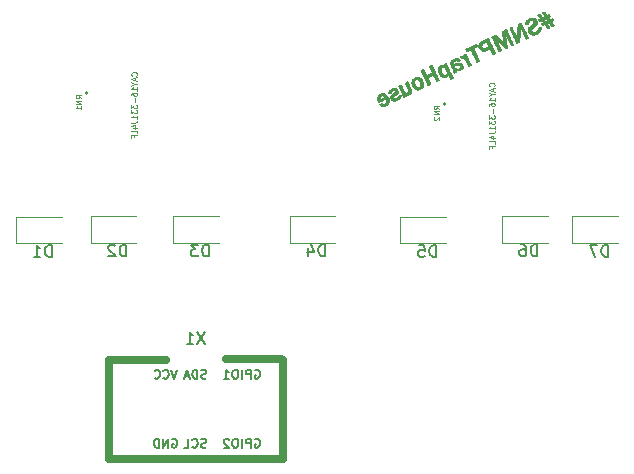
<source format=gbr>
G04 #@! TF.GenerationSoftware,KiCad,Pcbnew,(5.1.2)-1*
G04 #@! TF.CreationDate,2019-07-16T14:08:05-05:00*
G04 #@! TF.ProjectId,wutang-snmp-trap,77757461-6e67-42d7-936e-6d702d747261,rev?*
G04 #@! TF.SameCoordinates,Original*
G04 #@! TF.FileFunction,Legend,Bot*
G04 #@! TF.FilePolarity,Positive*
%FSLAX46Y46*%
G04 Gerber Fmt 4.6, Leading zero omitted, Abs format (unit mm)*
G04 Created by KiCad (PCBNEW (5.1.2)-1) date 2019-07-16 14:08:05*
%MOMM*%
%LPD*%
G04 APERTURE LIST*
%ADD10C,0.700000*%
%ADD11C,0.010000*%
%ADD12C,0.120000*%
%ADD13C,0.100000*%
%ADD14C,0.150000*%
%ADD15C,0.050000*%
G04 APERTURE END LIST*
D10*
X-7726680Y-8585200D02*
X-12552680Y-8585200D01*
X2092960Y-8534400D02*
X-2646680Y-8534400D01*
X-12552680Y-8585200D02*
X-12552680Y-16967200D01*
X-12552680Y-16967200D02*
X2179320Y-16967200D01*
X2179320Y-16967200D02*
X2179320Y-8585200D01*
D11*
G36*
X10680700Y13954692D02*
G01*
X10740186Y13950482D01*
X10784749Y13942674D01*
X10824847Y13928625D01*
X10867684Y13907436D01*
X10958784Y13845071D01*
X11038643Y13763405D01*
X11104544Y13667067D01*
X11153769Y13560683D01*
X11183599Y13448881D01*
X11191681Y13355893D01*
X11180504Y13245937D01*
X11147155Y13148134D01*
X11092112Y13063147D01*
X11015858Y12991640D01*
X10918870Y12934277D01*
X10872537Y12914740D01*
X10799614Y12894265D01*
X10720255Y12883671D01*
X10645094Y12883894D01*
X10601273Y12890837D01*
X10543086Y12910667D01*
X10483194Y12939518D01*
X10431169Y12972277D01*
X10402308Y12997143D01*
X10383429Y13019900D01*
X10376461Y13033574D01*
X10376908Y13034534D01*
X10389319Y13043268D01*
X10417210Y13062277D01*
X10454944Y13087722D01*
X10461406Y13092059D01*
X10540562Y13145150D01*
X10590673Y13111989D01*
X10660923Y13079549D01*
X10734670Y13071564D01*
X10809143Y13087875D01*
X10881572Y13128324D01*
X10882107Y13128723D01*
X10922669Y13171301D01*
X10954215Y13227191D01*
X10971111Y13285468D01*
X10972521Y13304120D01*
X10968618Y13340196D01*
X10958402Y13387459D01*
X10944689Y13435364D01*
X10930296Y13473366D01*
X10924373Y13484387D01*
X10914833Y13486424D01*
X10892297Y13480858D01*
X10854989Y13466952D01*
X10801132Y13443969D01*
X10728950Y13411173D01*
X10636665Y13367827D01*
X10592897Y13346974D01*
X10509500Y13307437D01*
X10433712Y13272127D01*
X10368498Y13242376D01*
X10316822Y13219513D01*
X10281647Y13204871D01*
X10265938Y13199781D01*
X10265453Y13199914D01*
X10258270Y13214200D01*
X10245311Y13245874D01*
X10229248Y13288371D01*
X10227605Y13292877D01*
X10197049Y13406157D01*
X10188209Y13515168D01*
X10191152Y13539736D01*
X10402554Y13539736D01*
X10407423Y13489167D01*
X10412490Y13471755D01*
X10425896Y13437060D01*
X10550123Y13495583D01*
X10613056Y13525162D01*
X10678529Y13555822D01*
X10736408Y13582821D01*
X10760008Y13593779D01*
X10801332Y13614311D01*
X10831737Y13632074D01*
X10845468Y13643652D01*
X10845733Y13644647D01*
X10837425Y13658940D01*
X10815796Y13684654D01*
X10791606Y13710036D01*
X10728028Y13758244D01*
X10659669Y13783159D01*
X10590294Y13785017D01*
X10523664Y13764055D01*
X10463543Y13720511D01*
X10435040Y13687596D01*
X10417446Y13649320D01*
X10406256Y13596577D01*
X10402554Y13539736D01*
X10191152Y13539736D01*
X10200450Y13617350D01*
X10233136Y13710139D01*
X10285629Y13790975D01*
X10357295Y13857296D01*
X10369953Y13866028D01*
X10454724Y13914605D01*
X10535867Y13943446D01*
X10622071Y13955032D01*
X10680700Y13954692D01*
X10680700Y13954692D01*
G37*
X10680700Y13954692D02*
X10740186Y13950482D01*
X10784749Y13942674D01*
X10824847Y13928625D01*
X10867684Y13907436D01*
X10958784Y13845071D01*
X11038643Y13763405D01*
X11104544Y13667067D01*
X11153769Y13560683D01*
X11183599Y13448881D01*
X11191681Y13355893D01*
X11180504Y13245937D01*
X11147155Y13148134D01*
X11092112Y13063147D01*
X11015858Y12991640D01*
X10918870Y12934277D01*
X10872537Y12914740D01*
X10799614Y12894265D01*
X10720255Y12883671D01*
X10645094Y12883894D01*
X10601273Y12890837D01*
X10543086Y12910667D01*
X10483194Y12939518D01*
X10431169Y12972277D01*
X10402308Y12997143D01*
X10383429Y13019900D01*
X10376461Y13033574D01*
X10376908Y13034534D01*
X10389319Y13043268D01*
X10417210Y13062277D01*
X10454944Y13087722D01*
X10461406Y13092059D01*
X10540562Y13145150D01*
X10590673Y13111989D01*
X10660923Y13079549D01*
X10734670Y13071564D01*
X10809143Y13087875D01*
X10881572Y13128324D01*
X10882107Y13128723D01*
X10922669Y13171301D01*
X10954215Y13227191D01*
X10971111Y13285468D01*
X10972521Y13304120D01*
X10968618Y13340196D01*
X10958402Y13387459D01*
X10944689Y13435364D01*
X10930296Y13473366D01*
X10924373Y13484387D01*
X10914833Y13486424D01*
X10892297Y13480858D01*
X10854989Y13466952D01*
X10801132Y13443969D01*
X10728950Y13411173D01*
X10636665Y13367827D01*
X10592897Y13346974D01*
X10509500Y13307437D01*
X10433712Y13272127D01*
X10368498Y13242376D01*
X10316822Y13219513D01*
X10281647Y13204871D01*
X10265938Y13199781D01*
X10265453Y13199914D01*
X10258270Y13214200D01*
X10245311Y13245874D01*
X10229248Y13288371D01*
X10227605Y13292877D01*
X10197049Y13406157D01*
X10188209Y13515168D01*
X10191152Y13539736D01*
X10402554Y13539736D01*
X10407423Y13489167D01*
X10412490Y13471755D01*
X10425896Y13437060D01*
X10550123Y13495583D01*
X10613056Y13525162D01*
X10678529Y13555822D01*
X10736408Y13582821D01*
X10760008Y13593779D01*
X10801332Y13614311D01*
X10831737Y13632074D01*
X10845468Y13643652D01*
X10845733Y13644647D01*
X10837425Y13658940D01*
X10815796Y13684654D01*
X10791606Y13710036D01*
X10728028Y13758244D01*
X10659669Y13783159D01*
X10590294Y13785017D01*
X10523664Y13764055D01*
X10463543Y13720511D01*
X10435040Y13687596D01*
X10417446Y13649320D01*
X10406256Y13596577D01*
X10402554Y13539736D01*
X10191152Y13539736D01*
X10200450Y13617350D01*
X10233136Y13710139D01*
X10285629Y13790975D01*
X10357295Y13857296D01*
X10369953Y13866028D01*
X10454724Y13914605D01*
X10535867Y13943446D01*
X10622071Y13955032D01*
X10680700Y13954692D01*
G36*
X11682227Y14419630D02*
G01*
X11721557Y14414618D01*
X11754128Y14403790D01*
X11788344Y14385642D01*
X11855489Y14333743D01*
X11905761Y14269245D01*
X11937480Y14196653D01*
X11948963Y14120468D01*
X11938528Y14045195D01*
X11926984Y14014450D01*
X11903646Y13970553D01*
X11873699Y13929773D01*
X11833184Y13887952D01*
X11778141Y13840931D01*
X11716558Y13793458D01*
X11643314Y13736220D01*
X11591042Y13688950D01*
X11558459Y13649377D01*
X11544280Y13615229D01*
X11547221Y13584236D01*
X11565997Y13554126D01*
X11575472Y13543973D01*
X11616499Y13519605D01*
X11668528Y13512858D01*
X11726862Y13521385D01*
X11786807Y13542837D01*
X11843667Y13574867D01*
X11892747Y13615125D01*
X11929351Y13661265D01*
X11948785Y13710939D01*
X11950700Y13731617D01*
X11952972Y13746653D01*
X11962971Y13758000D01*
X11985463Y13768142D01*
X12025218Y13779562D01*
X12058826Y13787936D01*
X12166952Y13814269D01*
X12173803Y13786969D01*
X12175138Y13748233D01*
X12166015Y13697072D01*
X12148858Y13642951D01*
X12126092Y13595337D01*
X12123779Y13591581D01*
X12065345Y13519206D01*
X11989288Y13455296D01*
X11900733Y13401982D01*
X11804808Y13361394D01*
X11706641Y13335663D01*
X11611358Y13326920D01*
X11524086Y13337294D01*
X11516621Y13339289D01*
X11469984Y13356953D01*
X11425742Y13380737D01*
X11414695Y13388433D01*
X11371701Y13432999D01*
X11333783Y13493523D01*
X11306010Y13560564D01*
X11294543Y13612196D01*
X11292600Y13667197D01*
X11301947Y13717618D01*
X11324631Y13766483D01*
X11362701Y13816819D01*
X11418206Y13871651D01*
X11493193Y13934003D01*
X11533397Y13964987D01*
X11601182Y14017842D01*
X11650057Y14059988D01*
X11682592Y14094272D01*
X11701357Y14123541D01*
X11708922Y14150644D01*
X11709400Y14159999D01*
X11698915Y14202094D01*
X11669998Y14230962D01*
X11626452Y14245652D01*
X11572082Y14245214D01*
X11510692Y14228694D01*
X11483339Y14216538D01*
X11420964Y14177909D01*
X11382613Y14135566D01*
X11367008Y14087977D01*
X11366500Y14076727D01*
X11364241Y14049712D01*
X11352899Y14034513D01*
X11325625Y14023992D01*
X11312525Y14020477D01*
X11266231Y14008397D01*
X11221241Y13996553D01*
X11214100Y13994658D01*
X11176663Y13985815D01*
X11157208Y13987827D01*
X11150981Y14005216D01*
X11153228Y14042507D01*
X11154166Y14051684D01*
X11171766Y14134739D01*
X11207408Y14206809D01*
X11263015Y14270209D01*
X11340505Y14327252D01*
X11417300Y14368785D01*
X11471305Y14393891D01*
X11512190Y14409337D01*
X11549240Y14417432D01*
X11591739Y14420481D01*
X11626850Y14420850D01*
X11682227Y14419630D01*
X11682227Y14419630D01*
G37*
X11682227Y14419630D02*
X11721557Y14414618D01*
X11754128Y14403790D01*
X11788344Y14385642D01*
X11855489Y14333743D01*
X11905761Y14269245D01*
X11937480Y14196653D01*
X11948963Y14120468D01*
X11938528Y14045195D01*
X11926984Y14014450D01*
X11903646Y13970553D01*
X11873699Y13929773D01*
X11833184Y13887952D01*
X11778141Y13840931D01*
X11716558Y13793458D01*
X11643314Y13736220D01*
X11591042Y13688950D01*
X11558459Y13649377D01*
X11544280Y13615229D01*
X11547221Y13584236D01*
X11565997Y13554126D01*
X11575472Y13543973D01*
X11616499Y13519605D01*
X11668528Y13512858D01*
X11726862Y13521385D01*
X11786807Y13542837D01*
X11843667Y13574867D01*
X11892747Y13615125D01*
X11929351Y13661265D01*
X11948785Y13710939D01*
X11950700Y13731617D01*
X11952972Y13746653D01*
X11962971Y13758000D01*
X11985463Y13768142D01*
X12025218Y13779562D01*
X12058826Y13787936D01*
X12166952Y13814269D01*
X12173803Y13786969D01*
X12175138Y13748233D01*
X12166015Y13697072D01*
X12148858Y13642951D01*
X12126092Y13595337D01*
X12123779Y13591581D01*
X12065345Y13519206D01*
X11989288Y13455296D01*
X11900733Y13401982D01*
X11804808Y13361394D01*
X11706641Y13335663D01*
X11611358Y13326920D01*
X11524086Y13337294D01*
X11516621Y13339289D01*
X11469984Y13356953D01*
X11425742Y13380737D01*
X11414695Y13388433D01*
X11371701Y13432999D01*
X11333783Y13493523D01*
X11306010Y13560564D01*
X11294543Y13612196D01*
X11292600Y13667197D01*
X11301947Y13717618D01*
X11324631Y13766483D01*
X11362701Y13816819D01*
X11418206Y13871651D01*
X11493193Y13934003D01*
X11533397Y13964987D01*
X11601182Y14017842D01*
X11650057Y14059988D01*
X11682592Y14094272D01*
X11701357Y14123541D01*
X11708922Y14150644D01*
X11709400Y14159999D01*
X11698915Y14202094D01*
X11669998Y14230962D01*
X11626452Y14245652D01*
X11572082Y14245214D01*
X11510692Y14228694D01*
X11483339Y14216538D01*
X11420964Y14177909D01*
X11382613Y14135566D01*
X11367008Y14087977D01*
X11366500Y14076727D01*
X11364241Y14049712D01*
X11352899Y14034513D01*
X11325625Y14023992D01*
X11312525Y14020477D01*
X11266231Y14008397D01*
X11221241Y13996553D01*
X11214100Y13994658D01*
X11176663Y13985815D01*
X11157208Y13987827D01*
X11150981Y14005216D01*
X11153228Y14042507D01*
X11154166Y14051684D01*
X11171766Y14134739D01*
X11207408Y14206809D01*
X11263015Y14270209D01*
X11340505Y14327252D01*
X11417300Y14368785D01*
X11471305Y14393891D01*
X11512190Y14409337D01*
X11549240Y14417432D01*
X11591739Y14420481D01*
X11626850Y14420850D01*
X11682227Y14419630D01*
G36*
X12748718Y14960243D02*
G01*
X12764770Y14927643D01*
X12788998Y14877736D01*
X12820041Y14813341D01*
X12856539Y14737277D01*
X12897130Y14652362D01*
X12916685Y14611350D01*
X13086109Y14255750D01*
X13086729Y14153275D01*
X13086079Y14099272D01*
X13082063Y14062076D01*
X13072769Y14033137D01*
X13056287Y14003905D01*
X13051795Y13997021D01*
X12999782Y13938866D01*
X12930434Y13891274D01*
X12851160Y13859077D01*
X12833353Y13854591D01*
X12748467Y13848207D01*
X12665121Y13866241D01*
X12587091Y13907810D01*
X12578348Y13914274D01*
X12547903Y13936454D01*
X12527513Y13949281D01*
X12522200Y13950550D01*
X12527525Y13936886D01*
X12541654Y13906517D01*
X12561818Y13865347D01*
X12567465Y13854082D01*
X12588148Y13811626D01*
X12602780Y13778894D01*
X12608872Y13761550D01*
X12608740Y13760250D01*
X12596132Y13753531D01*
X12566043Y13739086D01*
X12524149Y13719621D01*
X12508455Y13712445D01*
X12412160Y13668587D01*
X12194113Y14127269D01*
X12146420Y14227947D01*
X12102329Y14321700D01*
X12063005Y14406000D01*
X12029612Y14478321D01*
X12003313Y14536136D01*
X11985275Y14576920D01*
X11976659Y14598145D01*
X11976082Y14600415D01*
X11986748Y14612400D01*
X12014401Y14630153D01*
X12052549Y14650589D01*
X12094703Y14670624D01*
X12134373Y14687174D01*
X12165069Y14697155D01*
X12180300Y14697483D01*
X12180314Y14697469D01*
X12188360Y14683426D01*
X12205370Y14649968D01*
X12229576Y14600699D01*
X12259212Y14539225D01*
X12292511Y14469152D01*
X12300312Y14452600D01*
X12337038Y14376016D01*
X12373501Y14302577D01*
X12407170Y14237192D01*
X12435514Y14184768D01*
X12456002Y14150215D01*
X12457020Y14148678D01*
X12497604Y14093386D01*
X12535307Y14057266D01*
X12577067Y14036063D01*
X12629824Y14025524D01*
X12662151Y14022943D01*
X12709042Y14020894D01*
X12739104Y14023057D01*
X12760859Y14032041D01*
X12782828Y14050456D01*
X12796681Y14064142D01*
X12824089Y14093832D01*
X12836659Y14117894D01*
X12838595Y14147507D01*
X12836638Y14170341D01*
X12829591Y14201434D01*
X12812915Y14249059D01*
X12786055Y14314543D01*
X12748457Y14399210D01*
X12699568Y14504384D01*
X12677175Y14551551D01*
X12523946Y14872752D01*
X12630546Y14925620D01*
X12677221Y14947947D01*
X12714665Y14964310D01*
X12737637Y14972500D01*
X12742203Y14972719D01*
X12748718Y14960243D01*
X12748718Y14960243D01*
G37*
X12748718Y14960243D02*
X12764770Y14927643D01*
X12788998Y14877736D01*
X12820041Y14813341D01*
X12856539Y14737277D01*
X12897130Y14652362D01*
X12916685Y14611350D01*
X13086109Y14255750D01*
X13086729Y14153275D01*
X13086079Y14099272D01*
X13082063Y14062076D01*
X13072769Y14033137D01*
X13056287Y14003905D01*
X13051795Y13997021D01*
X12999782Y13938866D01*
X12930434Y13891274D01*
X12851160Y13859077D01*
X12833353Y13854591D01*
X12748467Y13848207D01*
X12665121Y13866241D01*
X12587091Y13907810D01*
X12578348Y13914274D01*
X12547903Y13936454D01*
X12527513Y13949281D01*
X12522200Y13950550D01*
X12527525Y13936886D01*
X12541654Y13906517D01*
X12561818Y13865347D01*
X12567465Y13854082D01*
X12588148Y13811626D01*
X12602780Y13778894D01*
X12608872Y13761550D01*
X12608740Y13760250D01*
X12596132Y13753531D01*
X12566043Y13739086D01*
X12524149Y13719621D01*
X12508455Y13712445D01*
X12412160Y13668587D01*
X12194113Y14127269D01*
X12146420Y14227947D01*
X12102329Y14321700D01*
X12063005Y14406000D01*
X12029612Y14478321D01*
X12003313Y14536136D01*
X11985275Y14576920D01*
X11976659Y14598145D01*
X11976082Y14600415D01*
X11986748Y14612400D01*
X12014401Y14630153D01*
X12052549Y14650589D01*
X12094703Y14670624D01*
X12134373Y14687174D01*
X12165069Y14697155D01*
X12180300Y14697483D01*
X12180314Y14697469D01*
X12188360Y14683426D01*
X12205370Y14649968D01*
X12229576Y14600699D01*
X12259212Y14539225D01*
X12292511Y14469152D01*
X12300312Y14452600D01*
X12337038Y14376016D01*
X12373501Y14302577D01*
X12407170Y14237192D01*
X12435514Y14184768D01*
X12456002Y14150215D01*
X12457020Y14148678D01*
X12497604Y14093386D01*
X12535307Y14057266D01*
X12577067Y14036063D01*
X12629824Y14025524D01*
X12662151Y14022943D01*
X12709042Y14020894D01*
X12739104Y14023057D01*
X12760859Y14032041D01*
X12782828Y14050456D01*
X12796681Y14064142D01*
X12824089Y14093832D01*
X12836659Y14117894D01*
X12838595Y14147507D01*
X12836638Y14170341D01*
X12829591Y14201434D01*
X12812915Y14249059D01*
X12786055Y14314543D01*
X12748457Y14399210D01*
X12699568Y14504384D01*
X12677175Y14551551D01*
X12523946Y14872752D01*
X12630546Y14925620D01*
X12677221Y14947947D01*
X12714665Y14964310D01*
X12737637Y14972500D01*
X12742203Y14972719D01*
X12748718Y14960243D01*
G36*
X13616778Y15342053D02*
G01*
X13713983Y15320491D01*
X13806408Y15278194D01*
X13891288Y15215760D01*
X13965859Y15133789D01*
X14024997Y15037641D01*
X14067306Y14936257D01*
X14090157Y14836292D01*
X14095561Y14727953D01*
X14094474Y14699389D01*
X14079281Y14594816D01*
X14044769Y14505597D01*
X13989772Y14430053D01*
X13913125Y14366505D01*
X13832443Y14321768D01*
X13742383Y14290741D01*
X13645923Y14276742D01*
X13551358Y14280336D01*
X13478507Y14297699D01*
X13383208Y14344748D01*
X13296769Y14413170D01*
X13221835Y14499710D01*
X13161055Y14601112D01*
X13117075Y14714121D01*
X13106181Y14755637D01*
X13094180Y14858710D01*
X13098503Y14904737D01*
X13328172Y14904737D01*
X13342559Y14828614D01*
X13369514Y14749338D01*
X13406427Y14671811D01*
X13450688Y14600942D01*
X13499689Y14541634D01*
X13550819Y14498794D01*
X13591233Y14479753D01*
X13628289Y14469935D01*
X13654264Y14467465D01*
X13682352Y14472207D01*
X13706080Y14478559D01*
X13772659Y14509299D01*
X13824061Y14558094D01*
X13857052Y14620706D01*
X13868400Y14691188D01*
X13859742Y14768099D01*
X13835772Y14848899D01*
X13799496Y14928676D01*
X13753917Y15002518D01*
X13702040Y15065514D01*
X13646871Y15112751D01*
X13594848Y15138352D01*
X13530310Y15145343D01*
X13466535Y15131265D01*
X13408971Y15099512D01*
X13363069Y15053477D01*
X13334278Y14996554D01*
X13328962Y14972799D01*
X13328172Y14904737D01*
X13098503Y14904737D01*
X13103875Y14961914D01*
X13133788Y15060064D01*
X13182440Y15147973D01*
X13235450Y15208940D01*
X13324128Y15276321D01*
X13419086Y15320568D01*
X13517557Y15342278D01*
X13616778Y15342053D01*
X13616778Y15342053D01*
G37*
X13616778Y15342053D02*
X13713983Y15320491D01*
X13806408Y15278194D01*
X13891288Y15215760D01*
X13965859Y15133789D01*
X14024997Y15037641D01*
X14067306Y14936257D01*
X14090157Y14836292D01*
X14095561Y14727953D01*
X14094474Y14699389D01*
X14079281Y14594816D01*
X14044769Y14505597D01*
X13989772Y14430053D01*
X13913125Y14366505D01*
X13832443Y14321768D01*
X13742383Y14290741D01*
X13645923Y14276742D01*
X13551358Y14280336D01*
X13478507Y14297699D01*
X13383208Y14344748D01*
X13296769Y14413170D01*
X13221835Y14499710D01*
X13161055Y14601112D01*
X13117075Y14714121D01*
X13106181Y14755637D01*
X13094180Y14858710D01*
X13098503Y14904737D01*
X13328172Y14904737D01*
X13342559Y14828614D01*
X13369514Y14749338D01*
X13406427Y14671811D01*
X13450688Y14600942D01*
X13499689Y14541634D01*
X13550819Y14498794D01*
X13591233Y14479753D01*
X13628289Y14469935D01*
X13654264Y14467465D01*
X13682352Y14472207D01*
X13706080Y14478559D01*
X13772659Y14509299D01*
X13824061Y14558094D01*
X13857052Y14620706D01*
X13868400Y14691188D01*
X13859742Y14768099D01*
X13835772Y14848899D01*
X13799496Y14928676D01*
X13753917Y15002518D01*
X13702040Y15065514D01*
X13646871Y15112751D01*
X13594848Y15138352D01*
X13530310Y15145343D01*
X13466535Y15131265D01*
X13408971Y15099512D01*
X13363069Y15053477D01*
X13334278Y14996554D01*
X13328962Y14972799D01*
X13328172Y14904737D01*
X13098503Y14904737D01*
X13103875Y14961914D01*
X13133788Y15060064D01*
X13182440Y15147973D01*
X13235450Y15208940D01*
X13324128Y15276321D01*
X13419086Y15320568D01*
X13517557Y15342278D01*
X13616778Y15342053D01*
G36*
X14831630Y16316008D02*
G01*
X14841830Y16294092D01*
X14861806Y16251691D01*
X14890400Y16191248D01*
X14926452Y16115203D01*
X14968805Y16025997D01*
X15016300Y15926073D01*
X15067779Y15817871D01*
X15122082Y15703833D01*
X15130534Y15686094D01*
X15184214Y15573271D01*
X15234423Y15467431D01*
X15280128Y15370780D01*
X15320291Y15285521D01*
X15353878Y15213860D01*
X15379852Y15158001D01*
X15397178Y15120149D01*
X15404820Y15102510D01*
X15405100Y15101549D01*
X15394654Y15093080D01*
X15367310Y15077004D01*
X15329059Y15056360D01*
X15285888Y15034189D01*
X15243789Y15013532D01*
X15208751Y14997427D01*
X15186763Y14988916D01*
X15182436Y14988536D01*
X15176166Y15000623D01*
X15160684Y15032407D01*
X15137568Y15080589D01*
X15108399Y15141871D01*
X15074753Y15212955D01*
X15056010Y15252700D01*
X15020274Y15328103D01*
X14987735Y15395862D01*
X14960067Y15452560D01*
X14938947Y15494784D01*
X14926048Y15519117D01*
X14923201Y15523511D01*
X14909680Y15521125D01*
X14877537Y15509460D01*
X14830952Y15490429D01*
X14774104Y15465944D01*
X14711173Y15437918D01*
X14646339Y15408263D01*
X14583782Y15378892D01*
X14527681Y15351717D01*
X14482216Y15328652D01*
X14451566Y15311608D01*
X14439912Y15302499D01*
X14439900Y15302356D01*
X14445127Y15288983D01*
X14459796Y15255991D01*
X14482388Y15206678D01*
X14511386Y15144338D01*
X14545272Y15072267D01*
X14567878Y15024545D01*
X14603772Y14948464D01*
X14635427Y14880373D01*
X14661384Y14823493D01*
X14680183Y14781047D01*
X14690366Y14756257D01*
X14691703Y14751159D01*
X14679115Y14744477D01*
X14648658Y14729746D01*
X14605566Y14709473D01*
X14576280Y14695901D01*
X14465010Y14644608D01*
X14447534Y14685129D01*
X14438756Y14704289D01*
X14420138Y14744027D01*
X14392792Y14802001D01*
X14357827Y14875870D01*
X14316353Y14963293D01*
X14269480Y15061929D01*
X14218317Y15169437D01*
X14163975Y15283474D01*
X14149229Y15314395D01*
X14094898Y15428457D01*
X14044030Y15535562D01*
X13997648Y15633529D01*
X13956780Y15720178D01*
X13922449Y15793328D01*
X13895683Y15850797D01*
X13877505Y15890406D01*
X13868942Y15909973D01*
X13868400Y15911639D01*
X13878839Y15920159D01*
X13906166Y15936286D01*
X13944398Y15956977D01*
X13987548Y15979188D01*
X14029632Y15999875D01*
X14064665Y16015994D01*
X14086663Y16024500D01*
X14091006Y16024865D01*
X14097286Y16012766D01*
X14112745Y15981061D01*
X14135761Y15933134D01*
X14164711Y15872370D01*
X14197974Y15802152D01*
X14211546Y15773400D01*
X14246380Y15699960D01*
X14277928Y15634251D01*
X14304479Y15579772D01*
X14324322Y15540021D01*
X14335746Y15518498D01*
X14337488Y15515864D01*
X14350486Y15518668D01*
X14382130Y15530747D01*
X14428267Y15550176D01*
X14484746Y15575033D01*
X14547413Y15603395D01*
X14612115Y15633337D01*
X14674701Y15662937D01*
X14731017Y15690272D01*
X14776912Y15713417D01*
X14808232Y15730451D01*
X14820825Y15739448D01*
X14820900Y15739764D01*
X14815694Y15752427D01*
X14801111Y15784675D01*
X14778701Y15833162D01*
X14750016Y15894543D01*
X14716606Y15965474D01*
X14699320Y16001987D01*
X14664434Y16076012D01*
X14633823Y16141843D01*
X14608976Y16196203D01*
X14591384Y16235818D01*
X14582535Y16257409D01*
X14581845Y16260417D01*
X14594296Y16266471D01*
X14624443Y16281091D01*
X14667123Y16301774D01*
X14696621Y16316063D01*
X14807292Y16369665D01*
X14831630Y16316008D01*
X14831630Y16316008D01*
G37*
X14831630Y16316008D02*
X14841830Y16294092D01*
X14861806Y16251691D01*
X14890400Y16191248D01*
X14926452Y16115203D01*
X14968805Y16025997D01*
X15016300Y15926073D01*
X15067779Y15817871D01*
X15122082Y15703833D01*
X15130534Y15686094D01*
X15184214Y15573271D01*
X15234423Y15467431D01*
X15280128Y15370780D01*
X15320291Y15285521D01*
X15353878Y15213860D01*
X15379852Y15158001D01*
X15397178Y15120149D01*
X15404820Y15102510D01*
X15405100Y15101549D01*
X15394654Y15093080D01*
X15367310Y15077004D01*
X15329059Y15056360D01*
X15285888Y15034189D01*
X15243789Y15013532D01*
X15208751Y14997427D01*
X15186763Y14988916D01*
X15182436Y14988536D01*
X15176166Y15000623D01*
X15160684Y15032407D01*
X15137568Y15080589D01*
X15108399Y15141871D01*
X15074753Y15212955D01*
X15056010Y15252700D01*
X15020274Y15328103D01*
X14987735Y15395862D01*
X14960067Y15452560D01*
X14938947Y15494784D01*
X14926048Y15519117D01*
X14923201Y15523511D01*
X14909680Y15521125D01*
X14877537Y15509460D01*
X14830952Y15490429D01*
X14774104Y15465944D01*
X14711173Y15437918D01*
X14646339Y15408263D01*
X14583782Y15378892D01*
X14527681Y15351717D01*
X14482216Y15328652D01*
X14451566Y15311608D01*
X14439912Y15302499D01*
X14439900Y15302356D01*
X14445127Y15288983D01*
X14459796Y15255991D01*
X14482388Y15206678D01*
X14511386Y15144338D01*
X14545272Y15072267D01*
X14567878Y15024545D01*
X14603772Y14948464D01*
X14635427Y14880373D01*
X14661384Y14823493D01*
X14680183Y14781047D01*
X14690366Y14756257D01*
X14691703Y14751159D01*
X14679115Y14744477D01*
X14648658Y14729746D01*
X14605566Y14709473D01*
X14576280Y14695901D01*
X14465010Y14644608D01*
X14447534Y14685129D01*
X14438756Y14704289D01*
X14420138Y14744027D01*
X14392792Y14802001D01*
X14357827Y14875870D01*
X14316353Y14963293D01*
X14269480Y15061929D01*
X14218317Y15169437D01*
X14163975Y15283474D01*
X14149229Y15314395D01*
X14094898Y15428457D01*
X14044030Y15535562D01*
X13997648Y15633529D01*
X13956780Y15720178D01*
X13922449Y15793328D01*
X13895683Y15850797D01*
X13877505Y15890406D01*
X13868942Y15909973D01*
X13868400Y15911639D01*
X13878839Y15920159D01*
X13906166Y15936286D01*
X13944398Y15956977D01*
X13987548Y15979188D01*
X14029632Y15999875D01*
X14064665Y16015994D01*
X14086663Y16024500D01*
X14091006Y16024865D01*
X14097286Y16012766D01*
X14112745Y15981061D01*
X14135761Y15933134D01*
X14164711Y15872370D01*
X14197974Y15802152D01*
X14211546Y15773400D01*
X14246380Y15699960D01*
X14277928Y15634251D01*
X14304479Y15579772D01*
X14324322Y15540021D01*
X14335746Y15518498D01*
X14337488Y15515864D01*
X14350486Y15518668D01*
X14382130Y15530747D01*
X14428267Y15550176D01*
X14484746Y15575033D01*
X14547413Y15603395D01*
X14612115Y15633337D01*
X14674701Y15662937D01*
X14731017Y15690272D01*
X14776912Y15713417D01*
X14808232Y15730451D01*
X14820825Y15739448D01*
X14820900Y15739764D01*
X14815694Y15752427D01*
X14801111Y15784675D01*
X14778701Y15833162D01*
X14750016Y15894543D01*
X14716606Y15965474D01*
X14699320Y16001987D01*
X14664434Y16076012D01*
X14633823Y16141843D01*
X14608976Y16196203D01*
X14591384Y16235818D01*
X14582535Y16257409D01*
X14581845Y16260417D01*
X14594296Y16266471D01*
X14624443Y16281091D01*
X14667123Y16301774D01*
X14696621Y16316063D01*
X14807292Y16369665D01*
X14831630Y16316008D01*
G36*
X16016146Y16506944D02*
G01*
X16032659Y16473800D01*
X16057510Y16422886D01*
X16089474Y16356776D01*
X16127328Y16278047D01*
X16169849Y16189275D01*
X16215812Y16093037D01*
X16263995Y15991908D01*
X16313173Y15888465D01*
X16362122Y15785283D01*
X16409619Y15684939D01*
X16454441Y15590009D01*
X16495363Y15503069D01*
X16531162Y15426695D01*
X16560614Y15363463D01*
X16582496Y15315950D01*
X16595583Y15286731D01*
X16598900Y15278280D01*
X16588377Y15269381D01*
X16561056Y15253273D01*
X16523307Y15233154D01*
X16481502Y15212225D01*
X16442011Y15193685D01*
X16411204Y15180734D01*
X16396252Y15176500D01*
X16388043Y15187414D01*
X16371006Y15217744D01*
X16347020Y15263878D01*
X16317968Y15322200D01*
X16287176Y15386050D01*
X16255091Y15452637D01*
X16226357Y15510496D01*
X16202838Y15556014D01*
X16186400Y15585579D01*
X16179017Y15595600D01*
X16171527Y15584494D01*
X16164262Y15557196D01*
X16163268Y15551509D01*
X16140646Y15487211D01*
X16096087Y15426529D01*
X16033046Y15373647D01*
X15999783Y15353624D01*
X15911054Y15318436D01*
X15822469Y15308183D01*
X15735527Y15322930D01*
X15690850Y15340795D01*
X15623809Y15383144D01*
X15555037Y15444067D01*
X15489911Y15517753D01*
X15433807Y15598390D01*
X15406489Y15648144D01*
X15356516Y15768194D01*
X15326561Y15882184D01*
X15316470Y15988295D01*
X15320711Y16030793D01*
X15564551Y16030793D01*
X15567113Y15953706D01*
X15588143Y15864398D01*
X15626672Y15767050D01*
X15670544Y15687485D01*
X15721285Y15619822D01*
X15775625Y15567209D01*
X15830293Y15532793D01*
X15882020Y15519722D01*
X15883698Y15519690D01*
X15916393Y15524021D01*
X15947198Y15532946D01*
X16007075Y15568479D01*
X16051058Y15621759D01*
X16076671Y15688970D01*
X16082338Y15741321D01*
X16078174Y15788769D01*
X16063553Y15842433D01*
X16036615Y15909345D01*
X15998728Y15990307D01*
X15965023Y16051417D01*
X15932386Y16097154D01*
X15897697Y16131994D01*
X15864914Y16155973D01*
X15825847Y16178604D01*
X15792793Y16189056D01*
X15752808Y16190593D01*
X15732112Y16189452D01*
X15664236Y16174990D01*
X15613455Y16142810D01*
X15580112Y16094286D01*
X15564551Y16030793D01*
X15320711Y16030793D01*
X15326092Y16084702D01*
X15355273Y16169586D01*
X15403861Y16241123D01*
X15460270Y16290051D01*
X15543917Y16332977D01*
X15631397Y16350899D01*
X15721865Y16343781D01*
X15814481Y16311586D01*
X15825584Y16306094D01*
X15874355Y16281213D01*
X15840788Y16358611D01*
X15823292Y16401468D01*
X15816336Y16427268D01*
X15818942Y16441590D01*
X15825236Y16447348D01*
X15852534Y16461950D01*
X15890402Y16479125D01*
X15931932Y16496157D01*
X15970217Y16510326D01*
X15998353Y16518916D01*
X16009194Y16519739D01*
X16016146Y16506944D01*
X16016146Y16506944D01*
G37*
X16016146Y16506944D02*
X16032659Y16473800D01*
X16057510Y16422886D01*
X16089474Y16356776D01*
X16127328Y16278047D01*
X16169849Y16189275D01*
X16215812Y16093037D01*
X16263995Y15991908D01*
X16313173Y15888465D01*
X16362122Y15785283D01*
X16409619Y15684939D01*
X16454441Y15590009D01*
X16495363Y15503069D01*
X16531162Y15426695D01*
X16560614Y15363463D01*
X16582496Y15315950D01*
X16595583Y15286731D01*
X16598900Y15278280D01*
X16588377Y15269381D01*
X16561056Y15253273D01*
X16523307Y15233154D01*
X16481502Y15212225D01*
X16442011Y15193685D01*
X16411204Y15180734D01*
X16396252Y15176500D01*
X16388043Y15187414D01*
X16371006Y15217744D01*
X16347020Y15263878D01*
X16317968Y15322200D01*
X16287176Y15386050D01*
X16255091Y15452637D01*
X16226357Y15510496D01*
X16202838Y15556014D01*
X16186400Y15585579D01*
X16179017Y15595600D01*
X16171527Y15584494D01*
X16164262Y15557196D01*
X16163268Y15551509D01*
X16140646Y15487211D01*
X16096087Y15426529D01*
X16033046Y15373647D01*
X15999783Y15353624D01*
X15911054Y15318436D01*
X15822469Y15308183D01*
X15735527Y15322930D01*
X15690850Y15340795D01*
X15623809Y15383144D01*
X15555037Y15444067D01*
X15489911Y15517753D01*
X15433807Y15598390D01*
X15406489Y15648144D01*
X15356516Y15768194D01*
X15326561Y15882184D01*
X15316470Y15988295D01*
X15320711Y16030793D01*
X15564551Y16030793D01*
X15567113Y15953706D01*
X15588143Y15864398D01*
X15626672Y15767050D01*
X15670544Y15687485D01*
X15721285Y15619822D01*
X15775625Y15567209D01*
X15830293Y15532793D01*
X15882020Y15519722D01*
X15883698Y15519690D01*
X15916393Y15524021D01*
X15947198Y15532946D01*
X16007075Y15568479D01*
X16051058Y15621759D01*
X16076671Y15688970D01*
X16082338Y15741321D01*
X16078174Y15788769D01*
X16063553Y15842433D01*
X16036615Y15909345D01*
X15998728Y15990307D01*
X15965023Y16051417D01*
X15932386Y16097154D01*
X15897697Y16131994D01*
X15864914Y16155973D01*
X15825847Y16178604D01*
X15792793Y16189056D01*
X15752808Y16190593D01*
X15732112Y16189452D01*
X15664236Y16174990D01*
X15613455Y16142810D01*
X15580112Y16094286D01*
X15564551Y16030793D01*
X15320711Y16030793D01*
X15326092Y16084702D01*
X15355273Y16169586D01*
X15403861Y16241123D01*
X15460270Y16290051D01*
X15543917Y16332977D01*
X15631397Y16350899D01*
X15721865Y16343781D01*
X15814481Y16311586D01*
X15825584Y16306094D01*
X15874355Y16281213D01*
X15840788Y16358611D01*
X15823292Y16401468D01*
X15816336Y16427268D01*
X15818942Y16441590D01*
X15825236Y16447348D01*
X15852534Y16461950D01*
X15890402Y16479125D01*
X15931932Y16496157D01*
X15970217Y16510326D01*
X15998353Y16518916D01*
X16009194Y16519739D01*
X16016146Y16506944D01*
G36*
X16995348Y16918081D02*
G01*
X17027836Y16909724D01*
X17067250Y16893359D01*
X17108748Y16868934D01*
X17146040Y16841136D01*
X17172832Y16814653D01*
X17182835Y16794251D01*
X17172817Y16782391D01*
X17146564Y16761248D01*
X17109369Y16735018D01*
X17102069Y16730178D01*
X17021567Y16677306D01*
X16988858Y16710015D01*
X16959694Y16731909D01*
X16921716Y16744041D01*
X16885177Y16748610D01*
X16842238Y16750129D01*
X16806179Y16744794D01*
X16766258Y16730193D01*
X16732737Y16714388D01*
X16660346Y16671053D01*
X16612760Y16623749D01*
X16589514Y16571062D01*
X16590142Y16511581D01*
X16614178Y16443894D01*
X16632480Y16410427D01*
X16644361Y16413284D01*
X16673868Y16424620D01*
X16715554Y16442287D01*
X16734457Y16450661D01*
X16873565Y16506047D01*
X16997991Y16540846D01*
X17107926Y16555059D01*
X17203557Y16548692D01*
X17285074Y16521749D01*
X17352665Y16474233D01*
X17363326Y16463539D01*
X17413382Y16393107D01*
X17442021Y16312991D01*
X17448524Y16228235D01*
X17432170Y16143879D01*
X17414875Y16102790D01*
X17366930Y16033886D01*
X17302068Y15977414D01*
X17225425Y15935285D01*
X17142135Y15909412D01*
X17057335Y15901707D01*
X16976160Y15914080D01*
X16942028Y15926778D01*
X16903266Y15946410D01*
X16871505Y15965992D01*
X16862653Y15972917D01*
X16847793Y15984239D01*
X16841779Y15981217D01*
X16844462Y15960864D01*
X16855690Y15920190D01*
X16859387Y15907907D01*
X16873898Y15855314D01*
X16877117Y15819871D01*
X16866291Y15794810D01*
X16838670Y15773361D01*
X16795509Y15750726D01*
X16752547Y15730612D01*
X16717264Y15716033D01*
X16696833Y15709934D01*
X16696090Y15709900D01*
X16683640Y15721439D01*
X16670747Y15751889D01*
X16664412Y15775101D01*
X16654869Y15804398D01*
X16635915Y15852629D01*
X16609233Y15915881D01*
X16576506Y15990237D01*
X16539417Y16071784D01*
X16507440Y16140195D01*
X16458261Y16245284D01*
X16437097Y16292437D01*
X16688274Y16292437D01*
X16724936Y16220244D01*
X16775489Y16142219D01*
X16836000Y16085326D01*
X16904228Y16050528D01*
X16977931Y16038788D01*
X17054869Y16051071D01*
X17088375Y16063972D01*
X17130797Y16089702D01*
X17169634Y16123272D01*
X17175466Y16129791D01*
X17197513Y16160018D01*
X17206486Y16188258D01*
X17205941Y16226987D01*
X17205267Y16234378D01*
X17195861Y16282618D01*
X17174878Y16319352D01*
X17159175Y16336555D01*
X17138640Y16355851D01*
X17119783Y16367655D01*
X17095741Y16373763D01*
X17059657Y16375973D01*
X17008199Y16376099D01*
X16946005Y16374233D01*
X16896461Y16367777D01*
X16847454Y16354363D01*
X16792812Y16333993D01*
X16688274Y16292437D01*
X16437097Y16292437D01*
X16419839Y16330884D01*
X16391340Y16400109D01*
X16371929Y16456069D01*
X16360771Y16501878D01*
X16357033Y16540648D01*
X16359879Y16575491D01*
X16368476Y16609520D01*
X16375965Y16630625D01*
X16410015Y16689075D01*
X16465957Y16747293D01*
X16540429Y16802288D01*
X16616057Y16844396D01*
X16724947Y16891169D01*
X16821903Y16918635D01*
X16910759Y16927403D01*
X16995348Y16918081D01*
X16995348Y16918081D01*
G37*
X16995348Y16918081D02*
X17027836Y16909724D01*
X17067250Y16893359D01*
X17108748Y16868934D01*
X17146040Y16841136D01*
X17172832Y16814653D01*
X17182835Y16794251D01*
X17172817Y16782391D01*
X17146564Y16761248D01*
X17109369Y16735018D01*
X17102069Y16730178D01*
X17021567Y16677306D01*
X16988858Y16710015D01*
X16959694Y16731909D01*
X16921716Y16744041D01*
X16885177Y16748610D01*
X16842238Y16750129D01*
X16806179Y16744794D01*
X16766258Y16730193D01*
X16732737Y16714388D01*
X16660346Y16671053D01*
X16612760Y16623749D01*
X16589514Y16571062D01*
X16590142Y16511581D01*
X16614178Y16443894D01*
X16632480Y16410427D01*
X16644361Y16413284D01*
X16673868Y16424620D01*
X16715554Y16442287D01*
X16734457Y16450661D01*
X16873565Y16506047D01*
X16997991Y16540846D01*
X17107926Y16555059D01*
X17203557Y16548692D01*
X17285074Y16521749D01*
X17352665Y16474233D01*
X17363326Y16463539D01*
X17413382Y16393107D01*
X17442021Y16312991D01*
X17448524Y16228235D01*
X17432170Y16143879D01*
X17414875Y16102790D01*
X17366930Y16033886D01*
X17302068Y15977414D01*
X17225425Y15935285D01*
X17142135Y15909412D01*
X17057335Y15901707D01*
X16976160Y15914080D01*
X16942028Y15926778D01*
X16903266Y15946410D01*
X16871505Y15965992D01*
X16862653Y15972917D01*
X16847793Y15984239D01*
X16841779Y15981217D01*
X16844462Y15960864D01*
X16855690Y15920190D01*
X16859387Y15907907D01*
X16873898Y15855314D01*
X16877117Y15819871D01*
X16866291Y15794810D01*
X16838670Y15773361D01*
X16795509Y15750726D01*
X16752547Y15730612D01*
X16717264Y15716033D01*
X16696833Y15709934D01*
X16696090Y15709900D01*
X16683640Y15721439D01*
X16670747Y15751889D01*
X16664412Y15775101D01*
X16654869Y15804398D01*
X16635915Y15852629D01*
X16609233Y15915881D01*
X16576506Y15990237D01*
X16539417Y16071784D01*
X16507440Y16140195D01*
X16458261Y16245284D01*
X16437097Y16292437D01*
X16688274Y16292437D01*
X16724936Y16220244D01*
X16775489Y16142219D01*
X16836000Y16085326D01*
X16904228Y16050528D01*
X16977931Y16038788D01*
X17054869Y16051071D01*
X17088375Y16063972D01*
X17130797Y16089702D01*
X17169634Y16123272D01*
X17175466Y16129791D01*
X17197513Y16160018D01*
X17206486Y16188258D01*
X17205941Y16226987D01*
X17205267Y16234378D01*
X17195861Y16282618D01*
X17174878Y16319352D01*
X17159175Y16336555D01*
X17138640Y16355851D01*
X17119783Y16367655D01*
X17095741Y16373763D01*
X17059657Y16375973D01*
X17008199Y16376099D01*
X16946005Y16374233D01*
X16896461Y16367777D01*
X16847454Y16354363D01*
X16792812Y16333993D01*
X16688274Y16292437D01*
X16437097Y16292437D01*
X16419839Y16330884D01*
X16391340Y16400109D01*
X16371929Y16456069D01*
X16360771Y16501878D01*
X16357033Y16540648D01*
X16359879Y16575491D01*
X16368476Y16609520D01*
X16375965Y16630625D01*
X16410015Y16689075D01*
X16465957Y16747293D01*
X16540429Y16802288D01*
X16616057Y16844396D01*
X16724947Y16891169D01*
X16821903Y16918635D01*
X16910759Y16927403D01*
X16995348Y16918081D01*
G36*
X17685978Y17300309D02*
G01*
X17702849Y17266616D01*
X17727586Y17216002D01*
X17758745Y17151513D01*
X17794884Y17076195D01*
X17834559Y16993094D01*
X17876327Y16905255D01*
X17918746Y16815724D01*
X17960372Y16727547D01*
X17999763Y16643770D01*
X18035475Y16567439D01*
X18066066Y16501598D01*
X18090092Y16449295D01*
X18106111Y16413575D01*
X18112680Y16397483D01*
X18112721Y16397313D01*
X18103361Y16382943D01*
X18072081Y16361895D01*
X18021036Y16335585D01*
X18013618Y16332111D01*
X17910686Y16284346D01*
X17791368Y16533326D01*
X17749658Y16619462D01*
X17716110Y16686181D01*
X17688495Y16737244D01*
X17664585Y16776410D01*
X17642151Y16807442D01*
X17618966Y16834099D01*
X17604370Y16848966D01*
X17549154Y16896528D01*
X17503208Y16921171D01*
X17492452Y16923926D01*
X17440700Y16927464D01*
X17378937Y16922974D01*
X17320861Y16911539D01*
X17315313Y16909912D01*
X17301657Y16908729D01*
X17288727Y16916905D01*
X17273544Y16938271D01*
X17253128Y16976653D01*
X17235938Y17011922D01*
X17213292Y17059494D01*
X17195499Y17097591D01*
X17184953Y17121046D01*
X17183100Y17125928D01*
X17194251Y17134012D01*
X17221977Y17143341D01*
X17257688Y17151720D01*
X17292793Y17156952D01*
X17307346Y17157700D01*
X17386143Y17146573D01*
X17464101Y17112376D01*
X17512133Y17080035D01*
X17545185Y17055859D01*
X17568494Y17040416D01*
X17576800Y17037035D01*
X17571546Y17050375D01*
X17557555Y17080717D01*
X17537481Y17122361D01*
X17529786Y17137993D01*
X17508984Y17181732D01*
X17494363Y17215807D01*
X17488221Y17234722D01*
X17488511Y17236751D01*
X17517496Y17252989D01*
X17556467Y17271483D01*
X17598745Y17289516D01*
X17637652Y17304369D01*
X17666506Y17313323D01*
X17678415Y17314035D01*
X17685978Y17300309D01*
X17685978Y17300309D01*
G37*
X17685978Y17300309D02*
X17702849Y17266616D01*
X17727586Y17216002D01*
X17758745Y17151513D01*
X17794884Y17076195D01*
X17834559Y16993094D01*
X17876327Y16905255D01*
X17918746Y16815724D01*
X17960372Y16727547D01*
X17999763Y16643770D01*
X18035475Y16567439D01*
X18066066Y16501598D01*
X18090092Y16449295D01*
X18106111Y16413575D01*
X18112680Y16397483D01*
X18112721Y16397313D01*
X18103361Y16382943D01*
X18072081Y16361895D01*
X18021036Y16335585D01*
X18013618Y16332111D01*
X17910686Y16284346D01*
X17791368Y16533326D01*
X17749658Y16619462D01*
X17716110Y16686181D01*
X17688495Y16737244D01*
X17664585Y16776410D01*
X17642151Y16807442D01*
X17618966Y16834099D01*
X17604370Y16848966D01*
X17549154Y16896528D01*
X17503208Y16921171D01*
X17492452Y16923926D01*
X17440700Y16927464D01*
X17378937Y16922974D01*
X17320861Y16911539D01*
X17315313Y16909912D01*
X17301657Y16908729D01*
X17288727Y16916905D01*
X17273544Y16938271D01*
X17253128Y16976653D01*
X17235938Y17011922D01*
X17213292Y17059494D01*
X17195499Y17097591D01*
X17184953Y17121046D01*
X17183100Y17125928D01*
X17194251Y17134012D01*
X17221977Y17143341D01*
X17257688Y17151720D01*
X17292793Y17156952D01*
X17307346Y17157700D01*
X17386143Y17146573D01*
X17464101Y17112376D01*
X17512133Y17080035D01*
X17545185Y17055859D01*
X17568494Y17040416D01*
X17576800Y17037035D01*
X17571546Y17050375D01*
X17557555Y17080717D01*
X17537481Y17122361D01*
X17529786Y17137993D01*
X17508984Y17181732D01*
X17494363Y17215807D01*
X17488221Y17234722D01*
X17488511Y17236751D01*
X17517496Y17252989D01*
X17556467Y17271483D01*
X17598745Y17289516D01*
X17637652Y17304369D01*
X17666506Y17313323D01*
X17678415Y17314035D01*
X17685978Y17300309D01*
G36*
X18572313Y18137879D02*
G01*
X18589873Y18110928D01*
X18610586Y18074315D01*
X18630861Y18034808D01*
X18647108Y17999179D01*
X18655734Y17974195D01*
X18656300Y17969698D01*
X18645444Y17959876D01*
X18615602Y17941705D01*
X18570857Y17917463D01*
X18515295Y17889423D01*
X18491397Y17877864D01*
X18326494Y17799050D01*
X18580297Y17267024D01*
X18631869Y17158750D01*
X18679921Y17057545D01*
X18723375Y16965703D01*
X18761153Y16885517D01*
X18792175Y16819282D01*
X18815365Y16769292D01*
X18829643Y16737841D01*
X18833983Y16727274D01*
X18823342Y16719758D01*
X18795305Y16704486D01*
X18755571Y16684265D01*
X18709843Y16661902D01*
X18663822Y16640204D01*
X18623210Y16621980D01*
X18603218Y16613644D01*
X18594643Y16623188D01*
X18577187Y16652321D01*
X18552700Y16697612D01*
X18523030Y16755628D01*
X18490029Y16822938D01*
X18486858Y16829544D01*
X18450227Y16906185D01*
X18405952Y16999116D01*
X18357209Y17101650D01*
X18307178Y17207097D01*
X18259036Y17308770D01*
X18237399Y17354550D01*
X18198651Y17436261D01*
X18163146Y17510508D01*
X18132404Y17574159D01*
X18107948Y17624081D01*
X18091299Y17657143D01*
X18084077Y17670110D01*
X18069890Y17668795D01*
X18037333Y17657822D01*
X17990757Y17638884D01*
X17934514Y17613674D01*
X17913176Y17603600D01*
X17854584Y17576178D01*
X17804275Y17553778D01*
X17766586Y17538243D01*
X17745850Y17531415D01*
X17743403Y17531421D01*
X17733674Y17544869D01*
X17717757Y17573888D01*
X17698782Y17611855D01*
X17679880Y17652148D01*
X17664183Y17688145D01*
X17654820Y17713226D01*
X17653831Y17720882D01*
X17667495Y17728354D01*
X17700993Y17745020D01*
X17751291Y17769452D01*
X17815355Y17800221D01*
X17890153Y17835899D01*
X17972651Y17875057D01*
X18059817Y17916266D01*
X18148616Y17958098D01*
X18236016Y17999124D01*
X18318983Y18037915D01*
X18394485Y18073043D01*
X18459488Y18103079D01*
X18510959Y18126594D01*
X18545865Y18142161D01*
X18561172Y18148349D01*
X18561499Y18148397D01*
X18572313Y18137879D01*
X18572313Y18137879D01*
G37*
X18572313Y18137879D02*
X18589873Y18110928D01*
X18610586Y18074315D01*
X18630861Y18034808D01*
X18647108Y17999179D01*
X18655734Y17974195D01*
X18656300Y17969698D01*
X18645444Y17959876D01*
X18615602Y17941705D01*
X18570857Y17917463D01*
X18515295Y17889423D01*
X18491397Y17877864D01*
X18326494Y17799050D01*
X18580297Y17267024D01*
X18631869Y17158750D01*
X18679921Y17057545D01*
X18723375Y16965703D01*
X18761153Y16885517D01*
X18792175Y16819282D01*
X18815365Y16769292D01*
X18829643Y16737841D01*
X18833983Y16727274D01*
X18823342Y16719758D01*
X18795305Y16704486D01*
X18755571Y16684265D01*
X18709843Y16661902D01*
X18663822Y16640204D01*
X18623210Y16621980D01*
X18603218Y16613644D01*
X18594643Y16623188D01*
X18577187Y16652321D01*
X18552700Y16697612D01*
X18523030Y16755628D01*
X18490029Y16822938D01*
X18486858Y16829544D01*
X18450227Y16906185D01*
X18405952Y16999116D01*
X18357209Y17101650D01*
X18307178Y17207097D01*
X18259036Y17308770D01*
X18237399Y17354550D01*
X18198651Y17436261D01*
X18163146Y17510508D01*
X18132404Y17574159D01*
X18107948Y17624081D01*
X18091299Y17657143D01*
X18084077Y17670110D01*
X18069890Y17668795D01*
X18037333Y17657822D01*
X17990757Y17638884D01*
X17934514Y17613674D01*
X17913176Y17603600D01*
X17854584Y17576178D01*
X17804275Y17553778D01*
X17766586Y17538243D01*
X17745850Y17531415D01*
X17743403Y17531421D01*
X17733674Y17544869D01*
X17717757Y17573888D01*
X17698782Y17611855D01*
X17679880Y17652148D01*
X17664183Y17688145D01*
X17654820Y17713226D01*
X17653831Y17720882D01*
X17667495Y17728354D01*
X17700993Y17745020D01*
X17751291Y17769452D01*
X17815355Y17800221D01*
X17890153Y17835899D01*
X17972651Y17875057D01*
X18059817Y17916266D01*
X18148616Y17958098D01*
X18236016Y17999124D01*
X18318983Y18037915D01*
X18394485Y18073043D01*
X18459488Y18103079D01*
X18510959Y18126594D01*
X18545865Y18142161D01*
X18561172Y18148349D01*
X18561499Y18148397D01*
X18572313Y18137879D01*
G36*
X19572570Y18628160D02*
G01*
X19579418Y18616575D01*
X19595939Y18584579D01*
X19620912Y18534707D01*
X19653118Y18469494D01*
X19691338Y18391475D01*
X19734350Y18303186D01*
X19780935Y18207160D01*
X19829874Y18105934D01*
X19879946Y18002042D01*
X19929931Y17898019D01*
X19978610Y17796400D01*
X20024761Y17699720D01*
X20067167Y17610515D01*
X20104606Y17531318D01*
X20135859Y17464665D01*
X20159705Y17413092D01*
X20174925Y17379132D01*
X20180299Y17365322D01*
X20180300Y17365311D01*
X20169728Y17358452D01*
X20142067Y17344072D01*
X20103400Y17325052D01*
X20059810Y17304276D01*
X20017380Y17284625D01*
X19982191Y17268982D01*
X19960328Y17260229D01*
X19956586Y17259300D01*
X19949604Y17270142D01*
X19933840Y17300031D01*
X19911292Y17345018D01*
X19883957Y17401151D01*
X19868282Y17433925D01*
X19836022Y17502053D01*
X19804689Y17568710D01*
X19777302Y17627437D01*
X19756885Y17671772D01*
X19752326Y17681843D01*
X19740069Y17709978D01*
X19729756Y17730018D01*
X19717831Y17741644D01*
X19700738Y17744536D01*
X19674923Y17738375D01*
X19636830Y17722843D01*
X19582903Y17697621D01*
X19509586Y17662388D01*
X19503606Y17659525D01*
X19423138Y17622971D01*
X19349600Y17593291D01*
X19288564Y17572621D01*
X19255935Y17564597D01*
X19153257Y17558074D01*
X19055817Y17575274D01*
X18966648Y17614615D01*
X18888782Y17674516D01*
X18825251Y17753394D01*
X18797879Y17803521D01*
X18773720Y17877407D01*
X18762842Y17961695D01*
X18764788Y18026593D01*
X19019297Y18026593D01*
X19023773Y17960817D01*
X19051046Y17896475D01*
X19071929Y17867795D01*
X19109874Y17830129D01*
X19150644Y17806595D01*
X19197475Y17797293D01*
X19253602Y17802324D01*
X19322260Y17821788D01*
X19406684Y17855786D01*
X19459146Y17879836D01*
X19620642Y17956115D01*
X19531082Y18144283D01*
X19500987Y18207342D01*
X19474865Y18261752D01*
X19454586Y18303646D01*
X19442018Y18329156D01*
X19438812Y18335190D01*
X19425442Y18332428D01*
X19394681Y18319427D01*
X19351146Y18298625D01*
X19299456Y18272462D01*
X19244229Y18243377D01*
X19190083Y18213809D01*
X19141637Y18186197D01*
X19103509Y18162980D01*
X19080316Y18146597D01*
X19078329Y18144802D01*
X19037516Y18089393D01*
X19019297Y18026593D01*
X18764788Y18026593D01*
X18765402Y18047065D01*
X18781561Y18124196D01*
X18791933Y18150794D01*
X18812216Y18190381D01*
X18835870Y18225684D01*
X18865576Y18258636D01*
X18904014Y18291168D01*
X18953865Y18325212D01*
X19017807Y18362698D01*
X19098522Y18405559D01*
X19198689Y18455725D01*
X19249584Y18480595D01*
X19331884Y18520269D01*
X19406867Y18555778D01*
X19471470Y18585725D01*
X19522632Y18608711D01*
X19557290Y18623335D01*
X19572382Y18628199D01*
X19572570Y18628160D01*
X19572570Y18628160D01*
G37*
X19572570Y18628160D02*
X19579418Y18616575D01*
X19595939Y18584579D01*
X19620912Y18534707D01*
X19653118Y18469494D01*
X19691338Y18391475D01*
X19734350Y18303186D01*
X19780935Y18207160D01*
X19829874Y18105934D01*
X19879946Y18002042D01*
X19929931Y17898019D01*
X19978610Y17796400D01*
X20024761Y17699720D01*
X20067167Y17610515D01*
X20104606Y17531318D01*
X20135859Y17464665D01*
X20159705Y17413092D01*
X20174925Y17379132D01*
X20180299Y17365322D01*
X20180300Y17365311D01*
X20169728Y17358452D01*
X20142067Y17344072D01*
X20103400Y17325052D01*
X20059810Y17304276D01*
X20017380Y17284625D01*
X19982191Y17268982D01*
X19960328Y17260229D01*
X19956586Y17259300D01*
X19949604Y17270142D01*
X19933840Y17300031D01*
X19911292Y17345018D01*
X19883957Y17401151D01*
X19868282Y17433925D01*
X19836022Y17502053D01*
X19804689Y17568710D01*
X19777302Y17627437D01*
X19756885Y17671772D01*
X19752326Y17681843D01*
X19740069Y17709978D01*
X19729756Y17730018D01*
X19717831Y17741644D01*
X19700738Y17744536D01*
X19674923Y17738375D01*
X19636830Y17722843D01*
X19582903Y17697621D01*
X19509586Y17662388D01*
X19503606Y17659525D01*
X19423138Y17622971D01*
X19349600Y17593291D01*
X19288564Y17572621D01*
X19255935Y17564597D01*
X19153257Y17558074D01*
X19055817Y17575274D01*
X18966648Y17614615D01*
X18888782Y17674516D01*
X18825251Y17753394D01*
X18797879Y17803521D01*
X18773720Y17877407D01*
X18762842Y17961695D01*
X18764788Y18026593D01*
X19019297Y18026593D01*
X19023773Y17960817D01*
X19051046Y17896475D01*
X19071929Y17867795D01*
X19109874Y17830129D01*
X19150644Y17806595D01*
X19197475Y17797293D01*
X19253602Y17802324D01*
X19322260Y17821788D01*
X19406684Y17855786D01*
X19459146Y17879836D01*
X19620642Y17956115D01*
X19531082Y18144283D01*
X19500987Y18207342D01*
X19474865Y18261752D01*
X19454586Y18303646D01*
X19442018Y18329156D01*
X19438812Y18335190D01*
X19425442Y18332428D01*
X19394681Y18319427D01*
X19351146Y18298625D01*
X19299456Y18272462D01*
X19244229Y18243377D01*
X19190083Y18213809D01*
X19141637Y18186197D01*
X19103509Y18162980D01*
X19080316Y18146597D01*
X19078329Y18144802D01*
X19037516Y18089393D01*
X19019297Y18026593D01*
X18764788Y18026593D01*
X18765402Y18047065D01*
X18781561Y18124196D01*
X18791933Y18150794D01*
X18812216Y18190381D01*
X18835870Y18225684D01*
X18865576Y18258636D01*
X18904014Y18291168D01*
X18953865Y18325212D01*
X19017807Y18362698D01*
X19098522Y18405559D01*
X19198689Y18455725D01*
X19249584Y18480595D01*
X19331884Y18520269D01*
X19406867Y18555778D01*
X19471470Y18585725D01*
X19522632Y18608711D01*
X19557290Y18623335D01*
X19572382Y18628199D01*
X19572570Y18628160D01*
G36*
X21176083Y19224089D02*
G01*
X21196461Y19181023D01*
X21226148Y19118403D01*
X21263537Y19039609D01*
X21307024Y18948023D01*
X21355004Y18847024D01*
X21405869Y18739995D01*
X21458016Y18630316D01*
X21473802Y18597124D01*
X21522879Y18493623D01*
X21568387Y18397041D01*
X21609194Y18309824D01*
X21644168Y18234422D01*
X21672176Y18173281D01*
X21692087Y18128850D01*
X21702768Y18103577D01*
X21704300Y18098776D01*
X21693614Y18087609D01*
X21666274Y18070752D01*
X21629354Y18051574D01*
X21589929Y18033446D01*
X21555073Y18019737D01*
X21531861Y18013818D01*
X21527295Y18014459D01*
X21520177Y18026726D01*
X21503331Y18059674D01*
X21477869Y18111015D01*
X21444905Y18178460D01*
X21405552Y18259722D01*
X21360924Y18352512D01*
X21312133Y18454541D01*
X21265213Y18553157D01*
X21213926Y18660703D01*
X21165966Y18760314D01*
X21122409Y18849819D01*
X21084334Y18927050D01*
X21052818Y18989839D01*
X21028937Y19036016D01*
X21013770Y19063411D01*
X21008421Y19070102D01*
X21009362Y19054626D01*
X21013500Y19016505D01*
X21020512Y18958252D01*
X21030078Y18882376D01*
X21041876Y18791390D01*
X21055583Y18687804D01*
X21070878Y18574129D01*
X21087440Y18452877D01*
X21088243Y18447042D01*
X21104821Y18326036D01*
X21120158Y18212938D01*
X21133934Y18110190D01*
X21145830Y18020233D01*
X21155526Y17945508D01*
X21162702Y17888457D01*
X21167037Y17851520D01*
X21168213Y17837138D01*
X21168171Y17837042D01*
X21154697Y17829242D01*
X21127773Y17815342D01*
X21096111Y17799647D01*
X21068417Y17786465D01*
X21053403Y17780102D01*
X21052828Y17780000D01*
X21043501Y17789013D01*
X21018555Y17814873D01*
X20979655Y17855813D01*
X20928462Y17910065D01*
X20866640Y17975862D01*
X20795852Y18051437D01*
X20717762Y18135021D01*
X20634033Y18224849D01*
X20617483Y18242628D01*
X20532942Y18333333D01*
X20453770Y18418025D01*
X20381622Y18494950D01*
X20318151Y18562358D01*
X20265012Y18618497D01*
X20223860Y18661614D01*
X20196348Y18689958D01*
X20184132Y18701777D01*
X20183671Y18702006D01*
X20188302Y18690251D01*
X20202835Y18657819D01*
X20226223Y18606953D01*
X20257419Y18539894D01*
X20295375Y18458886D01*
X20339045Y18366169D01*
X20387381Y18263986D01*
X20439337Y18154580D01*
X20439777Y18153654D01*
X20699132Y17608550D01*
X20583926Y17554575D01*
X20535252Y17531890D01*
X20496176Y17513904D01*
X20471710Y17502911D01*
X20465989Y17500600D01*
X20460178Y17511724D01*
X20444463Y17543705D01*
X20419847Y17594461D01*
X20387330Y17661910D01*
X20347912Y17743969D01*
X20302596Y17838555D01*
X20252382Y17943587D01*
X20198271Y18056982D01*
X20166203Y18124275D01*
X20110199Y18241903D01*
X20057484Y18352711D01*
X20009068Y18454567D01*
X19965966Y18545336D01*
X19929188Y18622887D01*
X19899745Y18685086D01*
X19878651Y18729801D01*
X19866916Y18754899D01*
X19864817Y18759573D01*
X19874219Y18768093D01*
X19901941Y18784908D01*
X19943253Y18807641D01*
X19993428Y18833915D01*
X20047735Y18861352D01*
X20101445Y18887574D01*
X20149830Y18910206D01*
X20188160Y18926870D01*
X20211706Y18935188D01*
X20215201Y18935700D01*
X20226478Y18926732D01*
X20253007Y18901207D01*
X20292774Y18861198D01*
X20343764Y18808776D01*
X20403962Y18746013D01*
X20471352Y18674979D01*
X20543478Y18598220D01*
X20615546Y18521602D01*
X20682050Y18451735D01*
X20741049Y18390595D01*
X20790600Y18340158D01*
X20828762Y18302400D01*
X20853593Y18279296D01*
X20863153Y18272823D01*
X20863174Y18272873D01*
X20862522Y18287858D01*
X20858876Y18325113D01*
X20852578Y18381727D01*
X20843971Y18454792D01*
X20833396Y18541396D01*
X20821197Y18638630D01*
X20808394Y18738355D01*
X20794998Y18842591D01*
X20782907Y18938606D01*
X20772461Y19023557D01*
X20763998Y19094601D01*
X20757857Y19148895D01*
X20754377Y19183594D01*
X20753859Y19195838D01*
X20766231Y19202435D01*
X20797508Y19217897D01*
X20843626Y19240246D01*
X20900521Y19267507D01*
X20933506Y19283200D01*
X21108862Y19366428D01*
X21176083Y19224089D01*
X21176083Y19224089D01*
G37*
X21176083Y19224089D02*
X21196461Y19181023D01*
X21226148Y19118403D01*
X21263537Y19039609D01*
X21307024Y18948023D01*
X21355004Y18847024D01*
X21405869Y18739995D01*
X21458016Y18630316D01*
X21473802Y18597124D01*
X21522879Y18493623D01*
X21568387Y18397041D01*
X21609194Y18309824D01*
X21644168Y18234422D01*
X21672176Y18173281D01*
X21692087Y18128850D01*
X21702768Y18103577D01*
X21704300Y18098776D01*
X21693614Y18087609D01*
X21666274Y18070752D01*
X21629354Y18051574D01*
X21589929Y18033446D01*
X21555073Y18019737D01*
X21531861Y18013818D01*
X21527295Y18014459D01*
X21520177Y18026726D01*
X21503331Y18059674D01*
X21477869Y18111015D01*
X21444905Y18178460D01*
X21405552Y18259722D01*
X21360924Y18352512D01*
X21312133Y18454541D01*
X21265213Y18553157D01*
X21213926Y18660703D01*
X21165966Y18760314D01*
X21122409Y18849819D01*
X21084334Y18927050D01*
X21052818Y18989839D01*
X21028937Y19036016D01*
X21013770Y19063411D01*
X21008421Y19070102D01*
X21009362Y19054626D01*
X21013500Y19016505D01*
X21020512Y18958252D01*
X21030078Y18882376D01*
X21041876Y18791390D01*
X21055583Y18687804D01*
X21070878Y18574129D01*
X21087440Y18452877D01*
X21088243Y18447042D01*
X21104821Y18326036D01*
X21120158Y18212938D01*
X21133934Y18110190D01*
X21145830Y18020233D01*
X21155526Y17945508D01*
X21162702Y17888457D01*
X21167037Y17851520D01*
X21168213Y17837138D01*
X21168171Y17837042D01*
X21154697Y17829242D01*
X21127773Y17815342D01*
X21096111Y17799647D01*
X21068417Y17786465D01*
X21053403Y17780102D01*
X21052828Y17780000D01*
X21043501Y17789013D01*
X21018555Y17814873D01*
X20979655Y17855813D01*
X20928462Y17910065D01*
X20866640Y17975862D01*
X20795852Y18051437D01*
X20717762Y18135021D01*
X20634033Y18224849D01*
X20617483Y18242628D01*
X20532942Y18333333D01*
X20453770Y18418025D01*
X20381622Y18494950D01*
X20318151Y18562358D01*
X20265012Y18618497D01*
X20223860Y18661614D01*
X20196348Y18689958D01*
X20184132Y18701777D01*
X20183671Y18702006D01*
X20188302Y18690251D01*
X20202835Y18657819D01*
X20226223Y18606953D01*
X20257419Y18539894D01*
X20295375Y18458886D01*
X20339045Y18366169D01*
X20387381Y18263986D01*
X20439337Y18154580D01*
X20439777Y18153654D01*
X20699132Y17608550D01*
X20583926Y17554575D01*
X20535252Y17531890D01*
X20496176Y17513904D01*
X20471710Y17502911D01*
X20465989Y17500600D01*
X20460178Y17511724D01*
X20444463Y17543705D01*
X20419847Y17594461D01*
X20387330Y17661910D01*
X20347912Y17743969D01*
X20302596Y17838555D01*
X20252382Y17943587D01*
X20198271Y18056982D01*
X20166203Y18124275D01*
X20110199Y18241903D01*
X20057484Y18352711D01*
X20009068Y18454567D01*
X19965966Y18545336D01*
X19929188Y18622887D01*
X19899745Y18685086D01*
X19878651Y18729801D01*
X19866916Y18754899D01*
X19864817Y18759573D01*
X19874219Y18768093D01*
X19901941Y18784908D01*
X19943253Y18807641D01*
X19993428Y18833915D01*
X20047735Y18861352D01*
X20101445Y18887574D01*
X20149830Y18910206D01*
X20188160Y18926870D01*
X20211706Y18935188D01*
X20215201Y18935700D01*
X20226478Y18926732D01*
X20253007Y18901207D01*
X20292774Y18861198D01*
X20343764Y18808776D01*
X20403962Y18746013D01*
X20471352Y18674979D01*
X20543478Y18598220D01*
X20615546Y18521602D01*
X20682050Y18451735D01*
X20741049Y18390595D01*
X20790600Y18340158D01*
X20828762Y18302400D01*
X20853593Y18279296D01*
X20863153Y18272823D01*
X20863174Y18272873D01*
X20862522Y18287858D01*
X20858876Y18325113D01*
X20852578Y18381727D01*
X20843971Y18454792D01*
X20833396Y18541396D01*
X20821197Y18638630D01*
X20808394Y18738355D01*
X20794998Y18842591D01*
X20782907Y18938606D01*
X20772461Y19023557D01*
X20763998Y19094601D01*
X20757857Y19148895D01*
X20754377Y19183594D01*
X20753859Y19195838D01*
X20766231Y19202435D01*
X20797508Y19217897D01*
X20843626Y19240246D01*
X20900521Y19267507D01*
X20933506Y19283200D01*
X21108862Y19366428D01*
X21176083Y19224089D01*
G36*
X22353413Y19942478D02*
G01*
X22360706Y19929311D01*
X22377559Y19895817D01*
X22402750Y19844563D01*
X22435054Y19778121D01*
X22473247Y19699059D01*
X22516104Y19609949D01*
X22562403Y19513359D01*
X22610918Y19411861D01*
X22660427Y19308022D01*
X22709704Y19204414D01*
X22757526Y19103607D01*
X22802668Y19008169D01*
X22843907Y18920672D01*
X22880019Y18843685D01*
X22909779Y18779777D01*
X22931963Y18731519D01*
X22945348Y18701481D01*
X22948900Y18692259D01*
X22938365Y18682098D01*
X22910462Y18664436D01*
X22870744Y18642720D01*
X22861388Y18637950D01*
X22773876Y18593880D01*
X22553732Y19056151D01*
X22505842Y19156485D01*
X22461391Y19249174D01*
X22421546Y19331819D01*
X22387472Y19402020D01*
X22360336Y19457379D01*
X22341305Y19495496D01*
X22331545Y19513972D01*
X22330509Y19515344D01*
X22328775Y19502467D01*
X22325029Y19466815D01*
X22319510Y19410914D01*
X22312458Y19337287D01*
X22304113Y19248461D01*
X22294714Y19146960D01*
X22284501Y19035310D01*
X22275426Y18935058D01*
X22264566Y18816241D01*
X22254096Y18704981D01*
X22244283Y18603880D01*
X22235393Y18515537D01*
X22227693Y18442553D01*
X22221450Y18387530D01*
X22216928Y18353067D01*
X22214686Y18341961D01*
X22199920Y18329690D01*
X22167766Y18310241D01*
X22123952Y18286958D01*
X22101246Y18275778D01*
X21996543Y18225484D01*
X21979088Y18259917D01*
X21962336Y18293764D01*
X21937355Y18345321D01*
X21905358Y18412012D01*
X21867557Y18491259D01*
X21825166Y18580486D01*
X21779397Y18677115D01*
X21731462Y18778569D01*
X21682574Y18882270D01*
X21633945Y18985643D01*
X21586789Y19086109D01*
X21542318Y19181092D01*
X21501744Y19268015D01*
X21466280Y19344300D01*
X21437139Y19407370D01*
X21415534Y19454648D01*
X21402676Y19483558D01*
X21399500Y19491688D01*
X21409823Y19501624D01*
X21436245Y19518202D01*
X21471940Y19537903D01*
X21510083Y19557209D01*
X21543852Y19572600D01*
X21566420Y19580557D01*
X21571631Y19580446D01*
X21577618Y19568607D01*
X21593283Y19536337D01*
X21617421Y19486151D01*
X21648825Y19420569D01*
X21686292Y19342108D01*
X21728614Y19253286D01*
X21774588Y19156620D01*
X21782063Y19140887D01*
X21828364Y19043852D01*
X21871220Y18954874D01*
X21909436Y18876366D01*
X21941819Y18810746D01*
X21967175Y18760427D01*
X21984311Y18727827D01*
X21992032Y18715361D01*
X21992328Y18715437D01*
X21994118Y18730059D01*
X21997915Y18767195D01*
X22003455Y18824059D01*
X22010473Y18897866D01*
X22018705Y18985833D01*
X22027887Y19085173D01*
X22037755Y19193102D01*
X22040330Y19221450D01*
X22050560Y19333627D01*
X22060371Y19440073D01*
X22069461Y19537618D01*
X22077533Y19623090D01*
X22084285Y19693317D01*
X22089417Y19745128D01*
X22092631Y19775351D01*
X22092964Y19778111D01*
X22100668Y19839471D01*
X22222221Y19895888D01*
X22273037Y19918202D01*
X22315353Y19934405D01*
X22343988Y19942657D01*
X22353413Y19942478D01*
X22353413Y19942478D01*
G37*
X22353413Y19942478D02*
X22360706Y19929311D01*
X22377559Y19895817D01*
X22402750Y19844563D01*
X22435054Y19778121D01*
X22473247Y19699059D01*
X22516104Y19609949D01*
X22562403Y19513359D01*
X22610918Y19411861D01*
X22660427Y19308022D01*
X22709704Y19204414D01*
X22757526Y19103607D01*
X22802668Y19008169D01*
X22843907Y18920672D01*
X22880019Y18843685D01*
X22909779Y18779777D01*
X22931963Y18731519D01*
X22945348Y18701481D01*
X22948900Y18692259D01*
X22938365Y18682098D01*
X22910462Y18664436D01*
X22870744Y18642720D01*
X22861388Y18637950D01*
X22773876Y18593880D01*
X22553732Y19056151D01*
X22505842Y19156485D01*
X22461391Y19249174D01*
X22421546Y19331819D01*
X22387472Y19402020D01*
X22360336Y19457379D01*
X22341305Y19495496D01*
X22331545Y19513972D01*
X22330509Y19515344D01*
X22328775Y19502467D01*
X22325029Y19466815D01*
X22319510Y19410914D01*
X22312458Y19337287D01*
X22304113Y19248461D01*
X22294714Y19146960D01*
X22284501Y19035310D01*
X22275426Y18935058D01*
X22264566Y18816241D01*
X22254096Y18704981D01*
X22244283Y18603880D01*
X22235393Y18515537D01*
X22227693Y18442553D01*
X22221450Y18387530D01*
X22216928Y18353067D01*
X22214686Y18341961D01*
X22199920Y18329690D01*
X22167766Y18310241D01*
X22123952Y18286958D01*
X22101246Y18275778D01*
X21996543Y18225484D01*
X21979088Y18259917D01*
X21962336Y18293764D01*
X21937355Y18345321D01*
X21905358Y18412012D01*
X21867557Y18491259D01*
X21825166Y18580486D01*
X21779397Y18677115D01*
X21731462Y18778569D01*
X21682574Y18882270D01*
X21633945Y18985643D01*
X21586789Y19086109D01*
X21542318Y19181092D01*
X21501744Y19268015D01*
X21466280Y19344300D01*
X21437139Y19407370D01*
X21415534Y19454648D01*
X21402676Y19483558D01*
X21399500Y19491688D01*
X21409823Y19501624D01*
X21436245Y19518202D01*
X21471940Y19537903D01*
X21510083Y19557209D01*
X21543852Y19572600D01*
X21566420Y19580557D01*
X21571631Y19580446D01*
X21577618Y19568607D01*
X21593283Y19536337D01*
X21617421Y19486151D01*
X21648825Y19420569D01*
X21686292Y19342108D01*
X21728614Y19253286D01*
X21774588Y19156620D01*
X21782063Y19140887D01*
X21828364Y19043852D01*
X21871220Y18954874D01*
X21909436Y18876366D01*
X21941819Y18810746D01*
X21967175Y18760427D01*
X21984311Y18727827D01*
X21992032Y18715361D01*
X21992328Y18715437D01*
X21994118Y18730059D01*
X21997915Y18767195D01*
X22003455Y18824059D01*
X22010473Y18897866D01*
X22018705Y18985833D01*
X22027887Y19085173D01*
X22037755Y19193102D01*
X22040330Y19221450D01*
X22050560Y19333627D01*
X22060371Y19440073D01*
X22069461Y19537618D01*
X22077533Y19623090D01*
X22084285Y19693317D01*
X22089417Y19745128D01*
X22092631Y19775351D01*
X22092964Y19778111D01*
X22100668Y19839471D01*
X22222221Y19895888D01*
X22273037Y19918202D01*
X22315353Y19934405D01*
X22343988Y19942657D01*
X22353413Y19942478D01*
G36*
X23384562Y20371205D02*
G01*
X23477984Y20344149D01*
X23559552Y20297314D01*
X23626988Y20234062D01*
X23678017Y20157756D01*
X23710361Y20071758D01*
X23721745Y19979430D01*
X23711077Y19888939D01*
X23697064Y19846018D01*
X23674525Y19803400D01*
X23641023Y19758211D01*
X23594122Y19707579D01*
X23531383Y19648630D01*
X23450369Y19578493D01*
X23441107Y19570700D01*
X23369999Y19510184D01*
X23316529Y19462119D01*
X23278255Y19423397D01*
X23252736Y19390913D01*
X23237531Y19361560D01*
X23230199Y19332230D01*
X23228300Y19299853D01*
X23231480Y19258376D01*
X23244477Y19226660D01*
X23271774Y19192689D01*
X23295343Y19168253D01*
X23315511Y19154090D01*
X23340336Y19147400D01*
X23377874Y19145383D01*
X23408299Y19145250D01*
X23505570Y19155961D01*
X23595028Y19188985D01*
X23679911Y19245660D01*
X23705474Y19267938D01*
X23756583Y19323052D01*
X23786670Y19377640D01*
X23799041Y19438475D01*
X23799800Y19461284D01*
X23799800Y19517784D01*
X23912497Y19544242D01*
X23963192Y19555920D01*
X24004273Y19564963D01*
X24029648Y19570051D01*
X24034450Y19570700D01*
X24038172Y19559010D01*
X24040019Y19527872D01*
X24039731Y19483189D01*
X24039098Y19465925D01*
X24030802Y19385897D01*
X24011544Y19317921D01*
X23978121Y19255270D01*
X23927329Y19191221D01*
X23889268Y19151400D01*
X23799274Y19075293D01*
X23697799Y19013191D01*
X23589358Y18966503D01*
X23478471Y18936639D01*
X23369655Y18925007D01*
X23267426Y18933017D01*
X23223600Y18943764D01*
X23131888Y18984469D01*
X23055464Y19044218D01*
X22996402Y19120361D01*
X22956778Y19210250D01*
X22938937Y19307217D01*
X22938112Y19370774D01*
X22946715Y19428046D01*
X22966762Y19482294D01*
X23000272Y19536783D01*
X23049263Y19594775D01*
X23115752Y19659534D01*
X23201757Y19734324D01*
X23204396Y19736535D01*
X23274497Y19795694D01*
X23327556Y19841905D01*
X23366334Y19878123D01*
X23393597Y19907302D01*
X23412107Y19932396D01*
X23424628Y19956361D01*
X23433811Y19981790D01*
X23442235Y20018014D01*
X23438490Y20046804D01*
X23424439Y20077040D01*
X23385281Y20126690D01*
X23332801Y20155031D01*
X23267690Y20161939D01*
X23190638Y20147290D01*
X23139130Y20128174D01*
X23073414Y20088833D01*
X23019367Y20034909D01*
X22981094Y19971975D01*
X22962699Y19905606D01*
X22961670Y19887221D01*
X22953551Y19874012D01*
X22926976Y19862725D01*
X22879195Y19852007D01*
X22829215Y19842701D01*
X22783379Y19834005D01*
X22756944Y19828854D01*
X22717098Y19820885D01*
X22722321Y19902168D01*
X22736339Y19986660D01*
X22768529Y20063555D01*
X22821444Y20137919D01*
X22863695Y20182931D01*
X22950086Y20253950D01*
X23048103Y20310566D01*
X23152371Y20350836D01*
X23257513Y20372818D01*
X23358155Y20374567D01*
X23384562Y20371205D01*
X23384562Y20371205D01*
G37*
X23384562Y20371205D02*
X23477984Y20344149D01*
X23559552Y20297314D01*
X23626988Y20234062D01*
X23678017Y20157756D01*
X23710361Y20071758D01*
X23721745Y19979430D01*
X23711077Y19888939D01*
X23697064Y19846018D01*
X23674525Y19803400D01*
X23641023Y19758211D01*
X23594122Y19707579D01*
X23531383Y19648630D01*
X23450369Y19578493D01*
X23441107Y19570700D01*
X23369999Y19510184D01*
X23316529Y19462119D01*
X23278255Y19423397D01*
X23252736Y19390913D01*
X23237531Y19361560D01*
X23230199Y19332230D01*
X23228300Y19299853D01*
X23231480Y19258376D01*
X23244477Y19226660D01*
X23271774Y19192689D01*
X23295343Y19168253D01*
X23315511Y19154090D01*
X23340336Y19147400D01*
X23377874Y19145383D01*
X23408299Y19145250D01*
X23505570Y19155961D01*
X23595028Y19188985D01*
X23679911Y19245660D01*
X23705474Y19267938D01*
X23756583Y19323052D01*
X23786670Y19377640D01*
X23799041Y19438475D01*
X23799800Y19461284D01*
X23799800Y19517784D01*
X23912497Y19544242D01*
X23963192Y19555920D01*
X24004273Y19564963D01*
X24029648Y19570051D01*
X24034450Y19570700D01*
X24038172Y19559010D01*
X24040019Y19527872D01*
X24039731Y19483189D01*
X24039098Y19465925D01*
X24030802Y19385897D01*
X24011544Y19317921D01*
X23978121Y19255270D01*
X23927329Y19191221D01*
X23889268Y19151400D01*
X23799274Y19075293D01*
X23697799Y19013191D01*
X23589358Y18966503D01*
X23478471Y18936639D01*
X23369655Y18925007D01*
X23267426Y18933017D01*
X23223600Y18943764D01*
X23131888Y18984469D01*
X23055464Y19044218D01*
X22996402Y19120361D01*
X22956778Y19210250D01*
X22938937Y19307217D01*
X22938112Y19370774D01*
X22946715Y19428046D01*
X22966762Y19482294D01*
X23000272Y19536783D01*
X23049263Y19594775D01*
X23115752Y19659534D01*
X23201757Y19734324D01*
X23204396Y19736535D01*
X23274497Y19795694D01*
X23327556Y19841905D01*
X23366334Y19878123D01*
X23393597Y19907302D01*
X23412107Y19932396D01*
X23424628Y19956361D01*
X23433811Y19981790D01*
X23442235Y20018014D01*
X23438490Y20046804D01*
X23424439Y20077040D01*
X23385281Y20126690D01*
X23332801Y20155031D01*
X23267690Y20161939D01*
X23190638Y20147290D01*
X23139130Y20128174D01*
X23073414Y20088833D01*
X23019367Y20034909D01*
X22981094Y19971975D01*
X22962699Y19905606D01*
X22961670Y19887221D01*
X22953551Y19874012D01*
X22926976Y19862725D01*
X22879195Y19852007D01*
X22829215Y19842701D01*
X22783379Y19834005D01*
X22756944Y19828854D01*
X22717098Y19820885D01*
X22722321Y19902168D01*
X22736339Y19986660D01*
X22768529Y20063555D01*
X22821444Y20137919D01*
X22863695Y20182931D01*
X22950086Y20253950D01*
X23048103Y20310566D01*
X23152371Y20350836D01*
X23257513Y20372818D01*
X23358155Y20374567D01*
X23384562Y20371205D01*
G36*
X24311540Y20868340D02*
G01*
X24335268Y20841363D01*
X24366332Y20801587D01*
X24400352Y20754548D01*
X24436617Y20702862D01*
X24469641Y20656209D01*
X24495526Y20620070D01*
X24509378Y20601221D01*
X24532202Y20571292D01*
X24726484Y20661056D01*
X24754558Y20620703D01*
X24782426Y20581463D01*
X24811550Y20541576D01*
X24812921Y20539735D01*
X24843209Y20499119D01*
X24650181Y20401995D01*
X24709440Y20319723D01*
X24737775Y20280517D01*
X24760108Y20249863D01*
X24772532Y20233115D01*
X24773647Y20231712D01*
X24786450Y20234302D01*
X24816245Y20246201D01*
X24857436Y20265098D01*
X24873159Y20272765D01*
X24967725Y20319558D01*
X25016413Y20253104D01*
X25043135Y20216201D01*
X25064279Y20186222D01*
X25074296Y20171185D01*
X25068863Y20156871D01*
X25039557Y20135444D01*
X24994096Y20110700D01*
X24952165Y20088748D01*
X24920778Y20070722D01*
X24905401Y20059810D01*
X24904700Y20058566D01*
X24911673Y20046251D01*
X24930875Y20017100D01*
X24959723Y19974915D01*
X24995639Y19923498D01*
X25013960Y19897599D01*
X25052796Y19842505D01*
X25086284Y19794230D01*
X25111678Y19756790D01*
X25126232Y19734204D01*
X25128495Y19730002D01*
X25120092Y19720041D01*
X25095120Y19703835D01*
X25060459Y19684902D01*
X25022988Y19666762D01*
X24989588Y19652933D01*
X24967138Y19646935D01*
X24966029Y19646899D01*
X24955973Y19656684D01*
X24934274Y19683528D01*
X24903834Y19723669D01*
X24867557Y19773345D01*
X24855805Y19789775D01*
X24817120Y19844040D01*
X24782483Y19892478D01*
X24755190Y19930492D01*
X24738535Y19953484D01*
X24736510Y19956223D01*
X24726615Y19967116D01*
X24714507Y19970655D01*
X24694793Y19965699D01*
X24662076Y19951105D01*
X24624484Y19932510D01*
X24580636Y19910349D01*
X24546428Y19892677D01*
X24527489Y19882415D01*
X24525548Y19881152D01*
X24530952Y19870000D01*
X24548842Y19842023D01*
X24576739Y19800915D01*
X24612163Y19750375D01*
X24630308Y19724968D01*
X24669454Y19669945D01*
X24703325Y19621347D01*
X24729091Y19583311D01*
X24743923Y19559972D01*
X24746198Y19555583D01*
X24738854Y19539564D01*
X24707126Y19517146D01*
X24670866Y19497895D01*
X24588906Y19457479D01*
X24467382Y19627658D01*
X24345858Y19797836D01*
X24251109Y19754658D01*
X24156361Y19711480D01*
X24128013Y19752215D01*
X24099915Y19791778D01*
X24070683Y19831814D01*
X24069382Y19833562D01*
X24039097Y19874173D01*
X24128998Y19919446D01*
X24171052Y19941411D01*
X24202582Y19959379D01*
X24218142Y19970198D01*
X24218900Y19971452D01*
X24212072Y19983669D01*
X24194525Y20010058D01*
X24170661Y20044387D01*
X24144884Y20080421D01*
X24121596Y20111926D01*
X24105201Y20132668D01*
X24104357Y20133632D01*
X24089490Y20133239D01*
X24058310Y20122855D01*
X24016834Y20104591D01*
X24005138Y20098828D01*
X23915211Y20053541D01*
X23855973Y20136555D01*
X23829056Y20175374D01*
X23809791Y20205288D01*
X23801384Y20221245D01*
X23801443Y20222546D01*
X23804201Y20223911D01*
X24282400Y20223911D01*
X24289169Y20210444D01*
X24306610Y20183234D01*
X24330421Y20148367D01*
X24356301Y20111928D01*
X24379948Y20080004D01*
X24397062Y20058679D01*
X24402988Y20053300D01*
X24416039Y20058205D01*
X24446449Y20071272D01*
X24488513Y20090027D01*
X24504682Y20097363D01*
X24601372Y20141426D01*
X24546661Y20220701D01*
X24519348Y20260250D01*
X24497479Y20291867D01*
X24485228Y20309521D01*
X24484472Y20310600D01*
X24470856Y20310137D01*
X24441179Y20300999D01*
X24402028Y20286010D01*
X24359989Y20267996D01*
X24321648Y20249783D01*
X24293592Y20234196D01*
X24282406Y20224061D01*
X24282400Y20223911D01*
X23804201Y20223911D01*
X23814466Y20228990D01*
X23844233Y20243105D01*
X23884434Y20261902D01*
X23886509Y20262867D01*
X23927385Y20282773D01*
X23958255Y20299509D01*
X23972630Y20309550D01*
X23972749Y20309727D01*
X23967825Y20322881D01*
X23950255Y20352408D01*
X23922592Y20394332D01*
X23887391Y20444677D01*
X23875309Y20461424D01*
X23837326Y20514181D01*
X23804893Y20560151D01*
X23780901Y20595166D01*
X23768239Y20615063D01*
X23767110Y20617379D01*
X23775630Y20627456D01*
X23800652Y20643846D01*
X23835278Y20662978D01*
X23872613Y20681284D01*
X23905760Y20695192D01*
X23927821Y20701133D01*
X23928970Y20701156D01*
X23938987Y20691299D01*
X23960657Y20664334D01*
X23991116Y20623998D01*
X24027498Y20574024D01*
X24040937Y20555180D01*
X24078986Y20502112D01*
X24112297Y20456716D01*
X24137916Y20422939D01*
X24152888Y20404726D01*
X24154982Y20402808D01*
X24170551Y20404916D01*
X24202830Y20416225D01*
X24245830Y20434534D01*
X24262408Y20442239D01*
X24359234Y20488222D01*
X24329646Y20527936D01*
X24284910Y20588745D01*
X24242212Y20648158D01*
X24204103Y20702479D01*
X24173137Y20748010D01*
X24151866Y20781054D01*
X24142841Y20797913D01*
X24142700Y20798756D01*
X24153209Y20809596D01*
X24179837Y20826395D01*
X24215233Y20845399D01*
X24252047Y20862852D01*
X24282928Y20875000D01*
X24298556Y20878373D01*
X24311540Y20868340D01*
X24311540Y20868340D01*
G37*
X24311540Y20868340D02*
X24335268Y20841363D01*
X24366332Y20801587D01*
X24400352Y20754548D01*
X24436617Y20702862D01*
X24469641Y20656209D01*
X24495526Y20620070D01*
X24509378Y20601221D01*
X24532202Y20571292D01*
X24726484Y20661056D01*
X24754558Y20620703D01*
X24782426Y20581463D01*
X24811550Y20541576D01*
X24812921Y20539735D01*
X24843209Y20499119D01*
X24650181Y20401995D01*
X24709440Y20319723D01*
X24737775Y20280517D01*
X24760108Y20249863D01*
X24772532Y20233115D01*
X24773647Y20231712D01*
X24786450Y20234302D01*
X24816245Y20246201D01*
X24857436Y20265098D01*
X24873159Y20272765D01*
X24967725Y20319558D01*
X25016413Y20253104D01*
X25043135Y20216201D01*
X25064279Y20186222D01*
X25074296Y20171185D01*
X25068863Y20156871D01*
X25039557Y20135444D01*
X24994096Y20110700D01*
X24952165Y20088748D01*
X24920778Y20070722D01*
X24905401Y20059810D01*
X24904700Y20058566D01*
X24911673Y20046251D01*
X24930875Y20017100D01*
X24959723Y19974915D01*
X24995639Y19923498D01*
X25013960Y19897599D01*
X25052796Y19842505D01*
X25086284Y19794230D01*
X25111678Y19756790D01*
X25126232Y19734204D01*
X25128495Y19730002D01*
X25120092Y19720041D01*
X25095120Y19703835D01*
X25060459Y19684902D01*
X25022988Y19666762D01*
X24989588Y19652933D01*
X24967138Y19646935D01*
X24966029Y19646899D01*
X24955973Y19656684D01*
X24934274Y19683528D01*
X24903834Y19723669D01*
X24867557Y19773345D01*
X24855805Y19789775D01*
X24817120Y19844040D01*
X24782483Y19892478D01*
X24755190Y19930492D01*
X24738535Y19953484D01*
X24736510Y19956223D01*
X24726615Y19967116D01*
X24714507Y19970655D01*
X24694793Y19965699D01*
X24662076Y19951105D01*
X24624484Y19932510D01*
X24580636Y19910349D01*
X24546428Y19892677D01*
X24527489Y19882415D01*
X24525548Y19881152D01*
X24530952Y19870000D01*
X24548842Y19842023D01*
X24576739Y19800915D01*
X24612163Y19750375D01*
X24630308Y19724968D01*
X24669454Y19669945D01*
X24703325Y19621347D01*
X24729091Y19583311D01*
X24743923Y19559972D01*
X24746198Y19555583D01*
X24738854Y19539564D01*
X24707126Y19517146D01*
X24670866Y19497895D01*
X24588906Y19457479D01*
X24467382Y19627658D01*
X24345858Y19797836D01*
X24251109Y19754658D01*
X24156361Y19711480D01*
X24128013Y19752215D01*
X24099915Y19791778D01*
X24070683Y19831814D01*
X24069382Y19833562D01*
X24039097Y19874173D01*
X24128998Y19919446D01*
X24171052Y19941411D01*
X24202582Y19959379D01*
X24218142Y19970198D01*
X24218900Y19971452D01*
X24212072Y19983669D01*
X24194525Y20010058D01*
X24170661Y20044387D01*
X24144884Y20080421D01*
X24121596Y20111926D01*
X24105201Y20132668D01*
X24104357Y20133632D01*
X24089490Y20133239D01*
X24058310Y20122855D01*
X24016834Y20104591D01*
X24005138Y20098828D01*
X23915211Y20053541D01*
X23855973Y20136555D01*
X23829056Y20175374D01*
X23809791Y20205288D01*
X23801384Y20221245D01*
X23801443Y20222546D01*
X23804201Y20223911D01*
X24282400Y20223911D01*
X24289169Y20210444D01*
X24306610Y20183234D01*
X24330421Y20148367D01*
X24356301Y20111928D01*
X24379948Y20080004D01*
X24397062Y20058679D01*
X24402988Y20053300D01*
X24416039Y20058205D01*
X24446449Y20071272D01*
X24488513Y20090027D01*
X24504682Y20097363D01*
X24601372Y20141426D01*
X24546661Y20220701D01*
X24519348Y20260250D01*
X24497479Y20291867D01*
X24485228Y20309521D01*
X24484472Y20310600D01*
X24470856Y20310137D01*
X24441179Y20300999D01*
X24402028Y20286010D01*
X24359989Y20267996D01*
X24321648Y20249783D01*
X24293592Y20234196D01*
X24282406Y20224061D01*
X24282400Y20223911D01*
X23804201Y20223911D01*
X23814466Y20228990D01*
X23844233Y20243105D01*
X23884434Y20261902D01*
X23886509Y20262867D01*
X23927385Y20282773D01*
X23958255Y20299509D01*
X23972630Y20309550D01*
X23972749Y20309727D01*
X23967825Y20322881D01*
X23950255Y20352408D01*
X23922592Y20394332D01*
X23887391Y20444677D01*
X23875309Y20461424D01*
X23837326Y20514181D01*
X23804893Y20560151D01*
X23780901Y20595166D01*
X23768239Y20615063D01*
X23767110Y20617379D01*
X23775630Y20627456D01*
X23800652Y20643846D01*
X23835278Y20662978D01*
X23872613Y20681284D01*
X23905760Y20695192D01*
X23927821Y20701133D01*
X23928970Y20701156D01*
X23938987Y20691299D01*
X23960657Y20664334D01*
X23991116Y20623998D01*
X24027498Y20574024D01*
X24040937Y20555180D01*
X24078986Y20502112D01*
X24112297Y20456716D01*
X24137916Y20422939D01*
X24152888Y20404726D01*
X24154982Y20402808D01*
X24170551Y20404916D01*
X24202830Y20416225D01*
X24245830Y20434534D01*
X24262408Y20442239D01*
X24359234Y20488222D01*
X24329646Y20527936D01*
X24284910Y20588745D01*
X24242212Y20648158D01*
X24204103Y20702479D01*
X24173137Y20748010D01*
X24151866Y20781054D01*
X24142841Y20797913D01*
X24142700Y20798756D01*
X24153209Y20809596D01*
X24179837Y20826395D01*
X24215233Y20845399D01*
X24252047Y20862852D01*
X24282928Y20875000D01*
X24298556Y20878373D01*
X24311540Y20868340D01*
D12*
X-20400280Y3525140D02*
X-16515280Y3525140D01*
X-20400280Y1255140D02*
X-20400280Y3525140D01*
X-16515280Y1255140D02*
X-20400280Y1255140D01*
X-10187680Y1288160D02*
X-14072680Y1288160D01*
X-14072680Y1288160D02*
X-14072680Y3558160D01*
X-14072680Y3558160D02*
X-10187680Y3558160D01*
X-7087680Y3558160D02*
X-3202680Y3558160D01*
X-7087680Y1288160D02*
X-7087680Y3558160D01*
X-3202680Y1288160D02*
X-7087680Y1288160D01*
X6657140Y1305940D02*
X2772140Y1305940D01*
X2772140Y1305940D02*
X2772140Y3575940D01*
X2772140Y3575940D02*
X6657140Y3575940D01*
X12162060Y3514980D02*
X16047060Y3514980D01*
X12162060Y1244980D02*
X12162060Y3514980D01*
X16047060Y1244980D02*
X12162060Y1244980D01*
X24627640Y1295780D02*
X20742640Y1295780D01*
X20742640Y1295780D02*
X20742640Y3565780D01*
X20742640Y3565780D02*
X24627640Y3565780D01*
X30613960Y1270380D02*
X26728960Y1270380D01*
X26728960Y1270380D02*
X26728960Y3540380D01*
X26728960Y3540380D02*
X30613960Y3540380D01*
D13*
X-14275860Y13978100D02*
G75*
G03X-14275860Y13978100I-127000J0D01*
G01*
X16025020Y13078040D02*
G75*
G03X16025020Y13078040I-127000J0D01*
G01*
D14*
X-4377156Y-6259580D02*
X-5043822Y-7259580D01*
X-5043822Y-6259580D02*
X-4377156Y-7259580D01*
X-5948584Y-7259580D02*
X-5377156Y-7259580D01*
X-5662870Y-7259580D02*
X-5662870Y-6259580D01*
X-5567632Y-6402438D01*
X-5472394Y-6497676D01*
X-5377156Y-6545295D01*
X-6726680Y-9444485D02*
X-6976680Y-10194485D01*
X-7226680Y-9444485D01*
X-7905251Y-10123057D02*
X-7869537Y-10158771D01*
X-7762394Y-10194485D01*
X-7690965Y-10194485D01*
X-7583822Y-10158771D01*
X-7512394Y-10087342D01*
X-7476680Y-10015914D01*
X-7440965Y-9873057D01*
X-7440965Y-9765914D01*
X-7476680Y-9623057D01*
X-7512394Y-9551628D01*
X-7583822Y-9480200D01*
X-7690965Y-9444485D01*
X-7762394Y-9444485D01*
X-7869537Y-9480200D01*
X-7905251Y-9515914D01*
X-8655251Y-10123057D02*
X-8619537Y-10158771D01*
X-8512394Y-10194485D01*
X-8440965Y-10194485D01*
X-8333822Y-10158771D01*
X-8262394Y-10087342D01*
X-8226679Y-10015914D01*
X-8190965Y-9873057D01*
X-8190965Y-9765914D01*
X-8226679Y-9623057D01*
X-8262394Y-9551628D01*
X-8333822Y-9480200D01*
X-8440965Y-9444485D01*
X-8512394Y-9444485D01*
X-8619537Y-9480200D01*
X-8655251Y-9515914D01*
X-4275965Y-10158771D02*
X-4383108Y-10194485D01*
X-4561680Y-10194485D01*
X-4633108Y-10158771D01*
X-4668822Y-10123057D01*
X-4704537Y-10051628D01*
X-4704537Y-9980200D01*
X-4668822Y-9908771D01*
X-4633108Y-9873057D01*
X-4561680Y-9837342D01*
X-4418822Y-9801628D01*
X-4347394Y-9765914D01*
X-4311680Y-9730200D01*
X-4275965Y-9658771D01*
X-4275965Y-9587342D01*
X-4311680Y-9515914D01*
X-4347394Y-9480200D01*
X-4418822Y-9444485D01*
X-4597394Y-9444485D01*
X-4704537Y-9480200D01*
X-5025965Y-10194485D02*
X-5025965Y-9444485D01*
X-5204537Y-9444485D01*
X-5311680Y-9480200D01*
X-5383108Y-9551628D01*
X-5418822Y-9623057D01*
X-5454537Y-9765914D01*
X-5454537Y-9873057D01*
X-5418822Y-10015914D01*
X-5383108Y-10087342D01*
X-5311680Y-10158771D01*
X-5204537Y-10194485D01*
X-5025965Y-10194485D01*
X-5740251Y-9980200D02*
X-6097394Y-9980200D01*
X-5668822Y-10194485D02*
X-5918822Y-9444485D01*
X-6168822Y-10194485D01*
X-142537Y-9480200D02*
X-71108Y-9444485D01*
X36034Y-9444485D01*
X143177Y-9480200D01*
X214605Y-9551628D01*
X250320Y-9623057D01*
X286034Y-9765914D01*
X286034Y-9873057D01*
X250320Y-10015914D01*
X214605Y-10087342D01*
X143177Y-10158771D01*
X36034Y-10194485D01*
X-35394Y-10194485D01*
X-142537Y-10158771D01*
X-178251Y-10123057D01*
X-178251Y-9873057D01*
X-35394Y-9873057D01*
X-499680Y-10194485D02*
X-499680Y-9444485D01*
X-785394Y-9444485D01*
X-856822Y-9480200D01*
X-892537Y-9515914D01*
X-928251Y-9587342D01*
X-928251Y-9694485D01*
X-892537Y-9765914D01*
X-856822Y-9801628D01*
X-785394Y-9837342D01*
X-499680Y-9837342D01*
X-1249680Y-10194485D02*
X-1249680Y-9444485D01*
X-1749679Y-9444485D02*
X-1892537Y-9444485D01*
X-1963965Y-9480200D01*
X-2035394Y-9551628D01*
X-2071108Y-9694485D01*
X-2071108Y-9944485D01*
X-2035394Y-10087342D01*
X-1963965Y-10158771D01*
X-1892537Y-10194485D01*
X-1749679Y-10194485D01*
X-1678251Y-10158771D01*
X-1606822Y-10087342D01*
X-1571108Y-9944485D01*
X-1571108Y-9694485D01*
X-1606822Y-9551628D01*
X-1678251Y-9480200D01*
X-1749679Y-9444485D01*
X-2785394Y-10194485D02*
X-2356822Y-10194485D01*
X-2571108Y-10194485D02*
X-2571108Y-9444485D01*
X-2499679Y-9551628D01*
X-2428251Y-9623057D01*
X-2356822Y-9658771D01*
X-7155251Y-15322200D02*
X-7083822Y-15286485D01*
X-6976679Y-15286485D01*
X-6869537Y-15322200D01*
X-6798108Y-15393628D01*
X-6762394Y-15465057D01*
X-6726679Y-15607914D01*
X-6726679Y-15715057D01*
X-6762394Y-15857914D01*
X-6798108Y-15929342D01*
X-6869537Y-16000771D01*
X-6976679Y-16036485D01*
X-7048108Y-16036485D01*
X-7155251Y-16000771D01*
X-7190965Y-15965057D01*
X-7190965Y-15715057D01*
X-7048108Y-15715057D01*
X-7512394Y-16036485D02*
X-7512394Y-15286485D01*
X-7940965Y-16036485D01*
X-7940965Y-15286485D01*
X-8298108Y-16036485D02*
X-8298108Y-15286485D01*
X-8476679Y-15286485D01*
X-8583822Y-15322200D01*
X-8655251Y-15393628D01*
X-8690965Y-15465057D01*
X-8726679Y-15607914D01*
X-8726679Y-15715057D01*
X-8690965Y-15857914D01*
X-8655251Y-15929342D01*
X-8583822Y-16000771D01*
X-8476679Y-16036485D01*
X-8298108Y-16036485D01*
X-4293822Y-16000771D02*
X-4400965Y-16036485D01*
X-4579537Y-16036485D01*
X-4650965Y-16000771D01*
X-4686680Y-15965057D01*
X-4722394Y-15893628D01*
X-4722394Y-15822200D01*
X-4686680Y-15750771D01*
X-4650965Y-15715057D01*
X-4579537Y-15679342D01*
X-4436680Y-15643628D01*
X-4365251Y-15607914D01*
X-4329537Y-15572200D01*
X-4293822Y-15500771D01*
X-4293822Y-15429342D01*
X-4329537Y-15357914D01*
X-4365251Y-15322200D01*
X-4436680Y-15286485D01*
X-4615251Y-15286485D01*
X-4722394Y-15322200D01*
X-5472394Y-15965057D02*
X-5436680Y-16000771D01*
X-5329537Y-16036485D01*
X-5258108Y-16036485D01*
X-5150965Y-16000771D01*
X-5079537Y-15929342D01*
X-5043822Y-15857914D01*
X-5008108Y-15715057D01*
X-5008108Y-15607914D01*
X-5043822Y-15465057D01*
X-5079537Y-15393628D01*
X-5150965Y-15322200D01*
X-5258108Y-15286485D01*
X-5329537Y-15286485D01*
X-5436680Y-15322200D01*
X-5472394Y-15357914D01*
X-6150965Y-16036485D02*
X-5793822Y-16036485D01*
X-5793822Y-15286485D01*
X-142537Y-15322200D02*
X-71108Y-15286485D01*
X36034Y-15286485D01*
X143177Y-15322200D01*
X214605Y-15393628D01*
X250320Y-15465057D01*
X286034Y-15607914D01*
X286034Y-15715057D01*
X250320Y-15857914D01*
X214605Y-15929342D01*
X143177Y-16000771D01*
X36034Y-16036485D01*
X-35394Y-16036485D01*
X-142537Y-16000771D01*
X-178251Y-15965057D01*
X-178251Y-15715057D01*
X-35394Y-15715057D01*
X-499680Y-16036485D02*
X-499680Y-15286485D01*
X-785394Y-15286485D01*
X-856822Y-15322200D01*
X-892537Y-15357914D01*
X-928251Y-15429342D01*
X-928251Y-15536485D01*
X-892537Y-15607914D01*
X-856822Y-15643628D01*
X-785394Y-15679342D01*
X-499680Y-15679342D01*
X-1249680Y-16036485D02*
X-1249680Y-15286485D01*
X-1749679Y-15286485D02*
X-1892537Y-15286485D01*
X-1963965Y-15322200D01*
X-2035394Y-15393628D01*
X-2071108Y-15536485D01*
X-2071108Y-15786485D01*
X-2035394Y-15929342D01*
X-1963965Y-16000771D01*
X-1892537Y-16036485D01*
X-1749679Y-16036485D01*
X-1678251Y-16000771D01*
X-1606822Y-15929342D01*
X-1571108Y-15786485D01*
X-1571108Y-15536485D01*
X-1606822Y-15393628D01*
X-1678251Y-15322200D01*
X-1749679Y-15286485D01*
X-2356822Y-15357914D02*
X-2392537Y-15322200D01*
X-2463965Y-15286485D01*
X-2642537Y-15286485D01*
X-2713965Y-15322200D01*
X-2749679Y-15357914D01*
X-2785394Y-15429342D01*
X-2785394Y-15500771D01*
X-2749679Y-15607914D01*
X-2321108Y-16036485D01*
X-2785394Y-16036485D01*
X-17377184Y117759D02*
X-17377184Y1117759D01*
X-17615280Y1117759D01*
X-17758137Y1070140D01*
X-17853375Y974901D01*
X-17900994Y879663D01*
X-17948613Y689187D01*
X-17948613Y546330D01*
X-17900994Y355854D01*
X-17853375Y260616D01*
X-17758137Y165378D01*
X-17615280Y117759D01*
X-17377184Y117759D01*
X-18900994Y117759D02*
X-18329565Y117759D01*
X-18615280Y117759D02*
X-18615280Y1117759D01*
X-18520041Y974901D01*
X-18424803Y879663D01*
X-18329565Y832044D01*
X-11049584Y150779D02*
X-11049584Y1150779D01*
X-11287680Y1150779D01*
X-11430537Y1103160D01*
X-11525775Y1007921D01*
X-11573394Y912683D01*
X-11621013Y722207D01*
X-11621013Y579350D01*
X-11573394Y388874D01*
X-11525775Y293636D01*
X-11430537Y198398D01*
X-11287680Y150779D01*
X-11049584Y150779D01*
X-12001965Y1055540D02*
X-12049584Y1103160D01*
X-12144822Y1150779D01*
X-12382918Y1150779D01*
X-12478156Y1103160D01*
X-12525775Y1055540D01*
X-12573394Y960302D01*
X-12573394Y865064D01*
X-12525775Y722207D01*
X-11954346Y150779D01*
X-12573394Y150779D01*
X-4064584Y150779D02*
X-4064584Y1150779D01*
X-4302680Y1150779D01*
X-4445537Y1103160D01*
X-4540775Y1007921D01*
X-4588394Y912683D01*
X-4636013Y722207D01*
X-4636013Y579350D01*
X-4588394Y388874D01*
X-4540775Y293636D01*
X-4445537Y198398D01*
X-4302680Y150779D01*
X-4064584Y150779D01*
X-4969346Y1150779D02*
X-5588394Y1150779D01*
X-5255060Y769826D01*
X-5397918Y769826D01*
X-5493156Y722207D01*
X-5540775Y674588D01*
X-5588394Y579350D01*
X-5588394Y341255D01*
X-5540775Y246017D01*
X-5493156Y198398D01*
X-5397918Y150779D01*
X-5112203Y150779D01*
X-5016965Y198398D01*
X-4969346Y246017D01*
X5795235Y168559D02*
X5795235Y1168559D01*
X5557140Y1168559D01*
X5414282Y1120940D01*
X5319044Y1025701D01*
X5271425Y930463D01*
X5223806Y739987D01*
X5223806Y597130D01*
X5271425Y406654D01*
X5319044Y311416D01*
X5414282Y216178D01*
X5557140Y168559D01*
X5795235Y168559D01*
X4366663Y835225D02*
X4366663Y168559D01*
X4604759Y1216178D02*
X4842854Y501892D01*
X4223806Y501892D01*
X15185155Y107599D02*
X15185155Y1107599D01*
X14947060Y1107599D01*
X14804202Y1059980D01*
X14708964Y964741D01*
X14661345Y869503D01*
X14613726Y679027D01*
X14613726Y536170D01*
X14661345Y345694D01*
X14708964Y250456D01*
X14804202Y155218D01*
X14947060Y107599D01*
X15185155Y107599D01*
X13708964Y1107599D02*
X14185155Y1107599D01*
X14232774Y631408D01*
X14185155Y679027D01*
X14089917Y726646D01*
X13851821Y726646D01*
X13756583Y679027D01*
X13708964Y631408D01*
X13661345Y536170D01*
X13661345Y298075D01*
X13708964Y202837D01*
X13756583Y155218D01*
X13851821Y107599D01*
X14089917Y107599D01*
X14185155Y155218D01*
X14232774Y202837D01*
X23765735Y158399D02*
X23765735Y1158399D01*
X23527640Y1158399D01*
X23384782Y1110780D01*
X23289544Y1015541D01*
X23241925Y920303D01*
X23194306Y729827D01*
X23194306Y586970D01*
X23241925Y396494D01*
X23289544Y301256D01*
X23384782Y206018D01*
X23527640Y158399D01*
X23765735Y158399D01*
X22337163Y1158399D02*
X22527640Y1158399D01*
X22622878Y1110780D01*
X22670497Y1063160D01*
X22765735Y920303D01*
X22813354Y729827D01*
X22813354Y348875D01*
X22765735Y253637D01*
X22718116Y206018D01*
X22622878Y158399D01*
X22432401Y158399D01*
X22337163Y206018D01*
X22289544Y253637D01*
X22241925Y348875D01*
X22241925Y586970D01*
X22289544Y682208D01*
X22337163Y729827D01*
X22432401Y777446D01*
X22622878Y777446D01*
X22718116Y729827D01*
X22765735Y682208D01*
X22813354Y586970D01*
X29752055Y132999D02*
X29752055Y1132999D01*
X29513960Y1132999D01*
X29371102Y1085380D01*
X29275864Y990141D01*
X29228245Y894903D01*
X29180626Y704427D01*
X29180626Y561570D01*
X29228245Y371094D01*
X29275864Y275856D01*
X29371102Y180618D01*
X29513960Y132999D01*
X29752055Y132999D01*
X28847293Y1132999D02*
X28180626Y1132999D01*
X28609198Y132999D01*
D15*
X-14843032Y13545797D02*
X-15068419Y13703568D01*
X-14843032Y13816261D02*
X-15316345Y13816261D01*
X-15316345Y13635952D01*
X-15293806Y13590874D01*
X-15271267Y13568336D01*
X-15226190Y13545797D01*
X-15158574Y13545797D01*
X-15113496Y13568336D01*
X-15090958Y13590874D01*
X-15068419Y13635952D01*
X-15068419Y13816261D01*
X-14843032Y13342948D02*
X-15316345Y13342948D01*
X-14843032Y13072484D01*
X-15316345Y13072484D01*
X-14843032Y12599171D02*
X-14843032Y12869635D01*
X-14843032Y12734403D02*
X-15316345Y12734403D01*
X-15248729Y12779481D01*
X-15203651Y12824558D01*
X-15181112Y12869635D01*
X-10197881Y15459542D02*
X-10175328Y15482095D01*
X-10152775Y15549754D01*
X-10152775Y15594861D01*
X-10175328Y15662520D01*
X-10220434Y15707626D01*
X-10265541Y15730179D01*
X-10355753Y15752732D01*
X-10423412Y15752732D01*
X-10513625Y15730179D01*
X-10558731Y15707626D01*
X-10603837Y15662520D01*
X-10626390Y15594861D01*
X-10626390Y15549754D01*
X-10603837Y15482095D01*
X-10581284Y15459542D01*
X-10288094Y15279117D02*
X-10288094Y15053586D01*
X-10152775Y15324223D02*
X-10626390Y15166352D01*
X-10152775Y15008480D01*
X-10378306Y14760396D02*
X-10152775Y14760396D01*
X-10626390Y14918268D02*
X-10378306Y14760396D01*
X-10626390Y14602524D01*
X-10152775Y14196569D02*
X-10152775Y14467206D01*
X-10152775Y14331887D02*
X-10626390Y14331887D01*
X-10558731Y14376993D01*
X-10513625Y14422100D01*
X-10491072Y14467206D01*
X-10626390Y13790613D02*
X-10626390Y13880825D01*
X-10603837Y13925932D01*
X-10581284Y13948485D01*
X-10513625Y13993591D01*
X-10423412Y14016144D01*
X-10242987Y14016144D01*
X-10197881Y13993591D01*
X-10175328Y13971038D01*
X-10152775Y13925932D01*
X-10152775Y13835719D01*
X-10175328Y13790613D01*
X-10197881Y13768060D01*
X-10242987Y13745507D01*
X-10355753Y13745507D01*
X-10400859Y13768060D01*
X-10423412Y13790613D01*
X-10445965Y13835719D01*
X-10445965Y13925932D01*
X-10423412Y13971038D01*
X-10400859Y13993591D01*
X-10355753Y14016144D01*
X-10333200Y13542529D02*
X-10333200Y13181679D01*
X-10626390Y13001255D02*
X-10626390Y12708064D01*
X-10445965Y12865936D01*
X-10445965Y12798277D01*
X-10423412Y12753171D01*
X-10400859Y12730617D01*
X-10355753Y12708064D01*
X-10242987Y12708064D01*
X-10197881Y12730617D01*
X-10175328Y12753171D01*
X-10152775Y12798277D01*
X-10152775Y12933595D01*
X-10175328Y12978702D01*
X-10197881Y13001255D01*
X-10626390Y12550193D02*
X-10626390Y12257002D01*
X-10445965Y12414874D01*
X-10445965Y12347215D01*
X-10423412Y12302109D01*
X-10400859Y12279556D01*
X-10355753Y12257002D01*
X-10242987Y12257002D01*
X-10197881Y12279556D01*
X-10175328Y12302109D01*
X-10152775Y12347215D01*
X-10152775Y12482533D01*
X-10175328Y12527640D01*
X-10197881Y12550193D01*
X-10152775Y11805941D02*
X-10152775Y12076578D01*
X-10152775Y11941259D02*
X-10626390Y11941259D01*
X-10558731Y11986365D01*
X-10513625Y12031472D01*
X-10491072Y12076578D01*
X-10626390Y11467644D02*
X-10288094Y11467644D01*
X-10220434Y11490197D01*
X-10175328Y11535303D01*
X-10152775Y11602963D01*
X-10152775Y11648069D01*
X-10468518Y11039135D02*
X-10152775Y11039135D01*
X-10648943Y11151901D02*
X-10310647Y11264666D01*
X-10310647Y10971476D01*
X-10152775Y10565520D02*
X-10152775Y10791051D01*
X-10626390Y10791051D01*
X-10400859Y10249777D02*
X-10400859Y10407649D01*
X-10152775Y10407649D02*
X-10626390Y10407649D01*
X-10626390Y10182118D01*
X15457847Y12645737D02*
X15232460Y12803508D01*
X15457847Y12916201D02*
X14984534Y12916201D01*
X14984534Y12735892D01*
X15007073Y12690814D01*
X15029612Y12668276D01*
X15074689Y12645737D01*
X15142305Y12645737D01*
X15187383Y12668276D01*
X15209921Y12690814D01*
X15232460Y12735892D01*
X15232460Y12916201D01*
X15457847Y12442888D02*
X14984534Y12442888D01*
X15457847Y12172424D01*
X14984534Y12172424D01*
X15029612Y11969575D02*
X15007073Y11947037D01*
X14984534Y11901959D01*
X14984534Y11789266D01*
X15007073Y11744188D01*
X15029612Y11721650D01*
X15074689Y11699111D01*
X15119767Y11699111D01*
X15187383Y11721650D01*
X15457847Y11992114D01*
X15457847Y11699111D01*
X20102998Y14559482D02*
X20125551Y14582035D01*
X20148104Y14649694D01*
X20148104Y14694801D01*
X20125551Y14762460D01*
X20080445Y14807566D01*
X20035338Y14830119D01*
X19945126Y14852672D01*
X19877467Y14852672D01*
X19787254Y14830119D01*
X19742148Y14807566D01*
X19697042Y14762460D01*
X19674489Y14694801D01*
X19674489Y14649694D01*
X19697042Y14582035D01*
X19719595Y14559482D01*
X20012785Y14379057D02*
X20012785Y14153526D01*
X20148104Y14424163D02*
X19674489Y14266292D01*
X20148104Y14108420D01*
X19922573Y13860336D02*
X20148104Y13860336D01*
X19674489Y14018208D02*
X19922573Y13860336D01*
X19674489Y13702464D01*
X20148104Y13296509D02*
X20148104Y13567146D01*
X20148104Y13431827D02*
X19674489Y13431827D01*
X19742148Y13476933D01*
X19787254Y13522040D01*
X19809807Y13567146D01*
X19674489Y12890553D02*
X19674489Y12980765D01*
X19697042Y13025872D01*
X19719595Y13048425D01*
X19787254Y13093531D01*
X19877467Y13116084D01*
X20057892Y13116084D01*
X20102998Y13093531D01*
X20125551Y13070978D01*
X20148104Y13025872D01*
X20148104Y12935659D01*
X20125551Y12890553D01*
X20102998Y12868000D01*
X20057892Y12845447D01*
X19945126Y12845447D01*
X19900020Y12868000D01*
X19877467Y12890553D01*
X19854914Y12935659D01*
X19854914Y13025872D01*
X19877467Y13070978D01*
X19900020Y13093531D01*
X19945126Y13116084D01*
X19967679Y12642469D02*
X19967679Y12281619D01*
X19674489Y12101195D02*
X19674489Y11808004D01*
X19854914Y11965876D01*
X19854914Y11898217D01*
X19877467Y11853111D01*
X19900020Y11830557D01*
X19945126Y11808004D01*
X20057892Y11808004D01*
X20102998Y11830557D01*
X20125551Y11853111D01*
X20148104Y11898217D01*
X20148104Y12033535D01*
X20125551Y12078642D01*
X20102998Y12101195D01*
X19674489Y11650133D02*
X19674489Y11356942D01*
X19854914Y11514814D01*
X19854914Y11447155D01*
X19877467Y11402049D01*
X19900020Y11379496D01*
X19945126Y11356942D01*
X20057892Y11356942D01*
X20102998Y11379496D01*
X20125551Y11402049D01*
X20148104Y11447155D01*
X20148104Y11582473D01*
X20125551Y11627580D01*
X20102998Y11650133D01*
X20148104Y10905881D02*
X20148104Y11176518D01*
X20148104Y11041199D02*
X19674489Y11041199D01*
X19742148Y11086305D01*
X19787254Y11131412D01*
X19809807Y11176518D01*
X19674489Y10567584D02*
X20012785Y10567584D01*
X20080445Y10590137D01*
X20125551Y10635243D01*
X20148104Y10702903D01*
X20148104Y10748009D01*
X19832361Y10139075D02*
X20148104Y10139075D01*
X19651936Y10251841D02*
X19990232Y10364606D01*
X19990232Y10071416D01*
X20148104Y9665460D02*
X20148104Y9890991D01*
X19674489Y9890991D01*
X19900020Y9349717D02*
X19900020Y9507589D01*
X20148104Y9507589D02*
X19674489Y9507589D01*
X19674489Y9282058D01*
M02*

</source>
